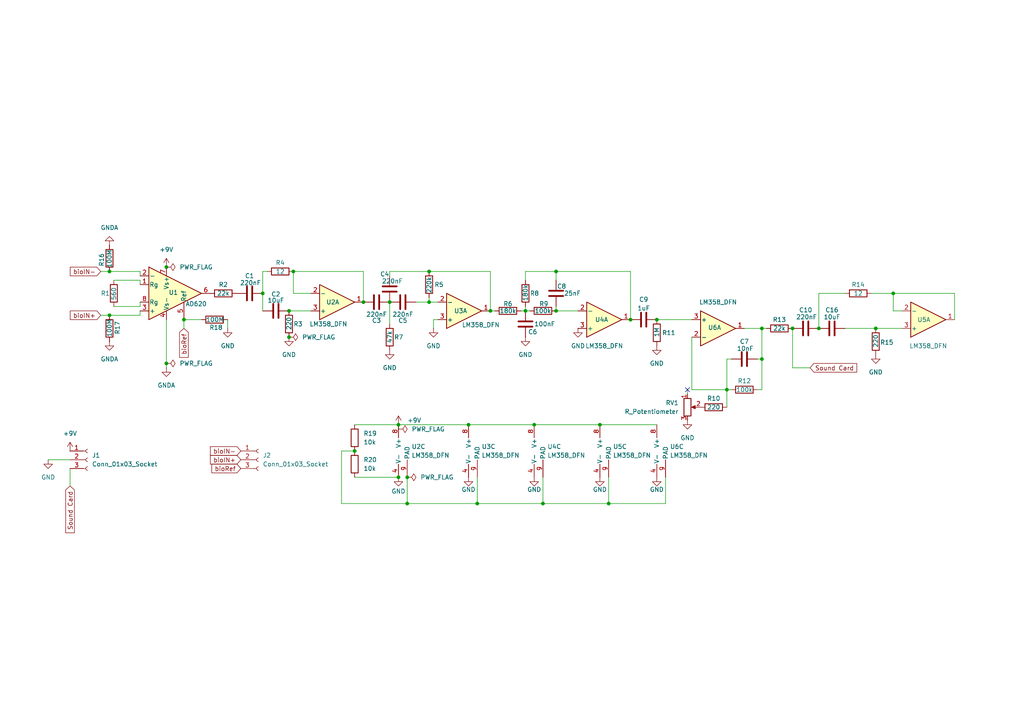
<source format=kicad_sch>
(kicad_sch
	(version 20250114)
	(generator "eeschema")
	(generator_version "9.0")
	(uuid "82ff13e5-6cfa-4310-8b11-2ad2e00be1b9")
	(paper "A4")
	(title_block
		(title "EEG")
		(date "2025-09-26")
		(rev "v.01")
	)
	(lib_symbols
		(symbol "Amplifier_Instrumentation:AD620"
			(pin_names
				(offset 0.127)
			)
			(exclude_from_sim no)
			(in_bom yes)
			(on_board yes)
			(property "Reference" "U"
				(at 3.81 7.62 0)
				(effects
					(font
						(size 1.27 1.27)
					)
				)
			)
			(property "Value" "AD620"
				(at 5.08 5.08 0)
				(effects
					(font
						(size 1.27 1.27)
					)
				)
			)
			(property "Footprint" ""
				(at 0 0 0)
				(effects
					(font
						(size 1.27 1.27)
					)
					(hide yes)
				)
			)
			(property "Datasheet" "https://www.analog.com/media/en/technical-documentation/data-sheets/AD620.pdf"
				(at 0 0 0)
				(effects
					(font
						(size 1.27 1.27)
					)
					(hide yes)
				)
			)
			(property "Description" "Low Cost, Low Power, Instrumentation Amplifier, DIP-8/SOIC-8"
				(at 0 0 0)
				(effects
					(font
						(size 1.27 1.27)
					)
					(hide yes)
				)
			)
			(property "ki_keywords" "Instrumentation amplifier"
				(at 0 0 0)
				(effects
					(font
						(size 1.27 1.27)
					)
					(hide yes)
				)
			)
			(property "ki_fp_filters" "SOIC*P1.27mm* DIP*W7.62mm*"
				(at 0 0 0)
				(effects
					(font
						(size 1.27 1.27)
					)
					(hide yes)
				)
			)
			(symbol "AD620_0_1"
				(polyline
					(pts
						(xy -7.62 7.62) (xy -7.62 -7.62) (xy 7.62 0) (xy -7.62 7.62)
					)
					(stroke
						(width 0.254)
						(type default)
					)
					(fill
						(type background)
					)
				)
			)
			(symbol "AD620_1_1"
				(pin input line
					(at -10.16 5.08 0)
					(length 2.54)
					(name "-"
						(effects
							(font
								(size 1.27 1.27)
							)
						)
					)
					(number "2"
						(effects
							(font
								(size 1.27 1.27)
							)
						)
					)
				)
				(pin passive line
					(at -10.16 2.54 0)
					(length 2.54)
					(name "Rg"
						(effects
							(font
								(size 1.27 1.27)
							)
						)
					)
					(number "1"
						(effects
							(font
								(size 1.27 1.27)
							)
						)
					)
				)
				(pin passive line
					(at -10.16 -2.54 0)
					(length 2.54)
					(name "Rg"
						(effects
							(font
								(size 1.27 1.27)
							)
						)
					)
					(number "8"
						(effects
							(font
								(size 1.27 1.27)
							)
						)
					)
				)
				(pin input line
					(at -10.16 -5.08 0)
					(length 2.54)
					(name "+"
						(effects
							(font
								(size 1.27 1.27)
							)
						)
					)
					(number "3"
						(effects
							(font
								(size 1.27 1.27)
							)
						)
					)
				)
				(pin power_in line
					(at -2.54 7.62 270)
					(length 2.54)
					(name "Vs+"
						(effects
							(font
								(size 1.27 1.27)
							)
						)
					)
					(number "7"
						(effects
							(font
								(size 1.27 1.27)
							)
						)
					)
				)
				(pin power_in line
					(at -2.54 -7.62 90)
					(length 2.54)
					(name "Vs-"
						(effects
							(font
								(size 1.27 1.27)
							)
						)
					)
					(number "4"
						(effects
							(font
								(size 1.27 1.27)
							)
						)
					)
				)
				(pin passive line
					(at 2.54 -7.62 90)
					(length 5.08)
					(name "Ref"
						(effects
							(font
								(size 1.27 1.27)
							)
						)
					)
					(number "5"
						(effects
							(font
								(size 1.27 1.27)
							)
						)
					)
				)
				(pin output line
					(at 10.16 0 180)
					(length 2.54)
					(name "~"
						(effects
							(font
								(size 1.27 1.27)
							)
						)
					)
					(number "6"
						(effects
							(font
								(size 1.27 1.27)
							)
						)
					)
				)
			)
			(embedded_fonts no)
		)
		(symbol "Amplifier_Operational:LM358_DFN"
			(pin_names
				(offset 0.127)
			)
			(exclude_from_sim no)
			(in_bom yes)
			(on_board yes)
			(property "Reference" "U"
				(at 0 5.08 0)
				(effects
					(font
						(size 1.27 1.27)
					)
					(justify left)
				)
			)
			(property "Value" "LM358_DFN"
				(at 0 -5.08 0)
				(effects
					(font
						(size 1.27 1.27)
					)
					(justify left)
				)
			)
			(property "Footprint" "Package_DFN_QFN:DFN-8-1EP_2x2mm_P0.5mm_EP1.05x1.75mm"
				(at 0 0 0)
				(effects
					(font
						(size 1.27 1.27)
					)
					(hide yes)
				)
			)
			(property "Datasheet" "www.st.com/resource/en/datasheet/lm358.pdf"
				(at 0 0 0)
				(effects
					(font
						(size 1.27 1.27)
					)
					(hide yes)
				)
			)
			(property "Description" "Low-Power, Dual Operational Amplifiers, DFN-8"
				(at 0 0 0)
				(effects
					(font
						(size 1.27 1.27)
					)
					(hide yes)
				)
			)
			(property "ki_locked" ""
				(at 0 0 0)
				(effects
					(font
						(size 1.27 1.27)
					)
				)
			)
			(property "ki_keywords" "dual opamp"
				(at 0 0 0)
				(effects
					(font
						(size 1.27 1.27)
					)
					(hide yes)
				)
			)
			(property "ki_fp_filters" "DFN*2x2mm*P0.5mm*"
				(at 0 0 0)
				(effects
					(font
						(size 1.27 1.27)
					)
					(hide yes)
				)
			)
			(symbol "LM358_DFN_1_1"
				(polyline
					(pts
						(xy -5.08 5.08) (xy 5.08 0) (xy -5.08 -5.08) (xy -5.08 5.08)
					)
					(stroke
						(width 0.254)
						(type default)
					)
					(fill
						(type background)
					)
				)
				(pin input line
					(at -7.62 2.54 0)
					(length 2.54)
					(name "+"
						(effects
							(font
								(size 1.27 1.27)
							)
						)
					)
					(number "3"
						(effects
							(font
								(size 1.27 1.27)
							)
						)
					)
				)
				(pin input line
					(at -7.62 -2.54 0)
					(length 2.54)
					(name "-"
						(effects
							(font
								(size 1.27 1.27)
							)
						)
					)
					(number "2"
						(effects
							(font
								(size 1.27 1.27)
							)
						)
					)
				)
				(pin output line
					(at 7.62 0 180)
					(length 2.54)
					(name "~"
						(effects
							(font
								(size 1.27 1.27)
							)
						)
					)
					(number "1"
						(effects
							(font
								(size 1.27 1.27)
							)
						)
					)
				)
			)
			(symbol "LM358_DFN_2_1"
				(polyline
					(pts
						(xy -5.08 5.08) (xy 5.08 0) (xy -5.08 -5.08) (xy -5.08 5.08)
					)
					(stroke
						(width 0.254)
						(type default)
					)
					(fill
						(type background)
					)
				)
				(pin input line
					(at -7.62 2.54 0)
					(length 2.54)
					(name "+"
						(effects
							(font
								(size 1.27 1.27)
							)
						)
					)
					(number "5"
						(effects
							(font
								(size 1.27 1.27)
							)
						)
					)
				)
				(pin input line
					(at -7.62 -2.54 0)
					(length 2.54)
					(name "-"
						(effects
							(font
								(size 1.27 1.27)
							)
						)
					)
					(number "6"
						(effects
							(font
								(size 1.27 1.27)
							)
						)
					)
				)
				(pin output line
					(at 7.62 0 180)
					(length 2.54)
					(name "~"
						(effects
							(font
								(size 1.27 1.27)
							)
						)
					)
					(number "7"
						(effects
							(font
								(size 1.27 1.27)
							)
						)
					)
				)
			)
			(symbol "LM358_DFN_3_1"
				(pin power_in line
					(at -2.54 7.62 270)
					(length 3.81)
					(name "V+"
						(effects
							(font
								(size 1.27 1.27)
							)
						)
					)
					(number "8"
						(effects
							(font
								(size 1.27 1.27)
							)
						)
					)
				)
				(pin power_in line
					(at -2.54 -7.62 90)
					(length 3.81)
					(name "V-"
						(effects
							(font
								(size 1.27 1.27)
							)
						)
					)
					(number "4"
						(effects
							(font
								(size 1.27 1.27)
							)
						)
					)
				)
				(pin power_in line
					(at 0 -7.62 90)
					(length 5.08)
					(name "PAD"
						(effects
							(font
								(size 1.27 1.27)
							)
						)
					)
					(number "9"
						(effects
							(font
								(size 1.27 1.27)
							)
						)
					)
				)
			)
			(embedded_fonts no)
		)
		(symbol "Connector:Conn_01x03_Socket"
			(pin_names
				(offset 1.016)
				(hide yes)
			)
			(exclude_from_sim no)
			(in_bom yes)
			(on_board yes)
			(property "Reference" "J"
				(at 0 5.08 0)
				(effects
					(font
						(size 1.27 1.27)
					)
				)
			)
			(property "Value" "Conn_01x03_Socket"
				(at 0 -5.08 0)
				(effects
					(font
						(size 1.27 1.27)
					)
				)
			)
			(property "Footprint" ""
				(at 0 0 0)
				(effects
					(font
						(size 1.27 1.27)
					)
					(hide yes)
				)
			)
			(property "Datasheet" "~"
				(at 0 0 0)
				(effects
					(font
						(size 1.27 1.27)
					)
					(hide yes)
				)
			)
			(property "Description" "Generic connector, single row, 01x03, script generated"
				(at 0 0 0)
				(effects
					(font
						(size 1.27 1.27)
					)
					(hide yes)
				)
			)
			(property "ki_locked" ""
				(at 0 0 0)
				(effects
					(font
						(size 1.27 1.27)
					)
				)
			)
			(property "ki_keywords" "connector"
				(at 0 0 0)
				(effects
					(font
						(size 1.27 1.27)
					)
					(hide yes)
				)
			)
			(property "ki_fp_filters" "Connector*:*_1x??_*"
				(at 0 0 0)
				(effects
					(font
						(size 1.27 1.27)
					)
					(hide yes)
				)
			)
			(symbol "Conn_01x03_Socket_1_1"
				(polyline
					(pts
						(xy -1.27 2.54) (xy -0.508 2.54)
					)
					(stroke
						(width 0.1524)
						(type default)
					)
					(fill
						(type none)
					)
				)
				(polyline
					(pts
						(xy -1.27 0) (xy -0.508 0)
					)
					(stroke
						(width 0.1524)
						(type default)
					)
					(fill
						(type none)
					)
				)
				(polyline
					(pts
						(xy -1.27 -2.54) (xy -0.508 -2.54)
					)
					(stroke
						(width 0.1524)
						(type default)
					)
					(fill
						(type none)
					)
				)
				(arc
					(start 0 2.032)
					(mid -0.5058 2.54)
					(end 0 3.048)
					(stroke
						(width 0.1524)
						(type default)
					)
					(fill
						(type none)
					)
				)
				(arc
					(start 0 -0.508)
					(mid -0.5058 0)
					(end 0 0.508)
					(stroke
						(width 0.1524)
						(type default)
					)
					(fill
						(type none)
					)
				)
				(arc
					(start 0 -3.048)
					(mid -0.5058 -2.54)
					(end 0 -2.032)
					(stroke
						(width 0.1524)
						(type default)
					)
					(fill
						(type none)
					)
				)
				(pin passive line
					(at -5.08 2.54 0)
					(length 3.81)
					(name "Pin_1"
						(effects
							(font
								(size 1.27 1.27)
							)
						)
					)
					(number "1"
						(effects
							(font
								(size 1.27 1.27)
							)
						)
					)
				)
				(pin passive line
					(at -5.08 0 0)
					(length 3.81)
					(name "Pin_2"
						(effects
							(font
								(size 1.27 1.27)
							)
						)
					)
					(number "2"
						(effects
							(font
								(size 1.27 1.27)
							)
						)
					)
				)
				(pin passive line
					(at -5.08 -2.54 0)
					(length 3.81)
					(name "Pin_3"
						(effects
							(font
								(size 1.27 1.27)
							)
						)
					)
					(number "3"
						(effects
							(font
								(size 1.27 1.27)
							)
						)
					)
				)
			)
			(embedded_fonts no)
		)
		(symbol "Device:C"
			(pin_numbers
				(hide yes)
			)
			(pin_names
				(offset 0.254)
			)
			(exclude_from_sim no)
			(in_bom yes)
			(on_board yes)
			(property "Reference" "C"
				(at 0.635 2.54 0)
				(effects
					(font
						(size 1.27 1.27)
					)
					(justify left)
				)
			)
			(property "Value" "C"
				(at 0.635 -2.54 0)
				(effects
					(font
						(size 1.27 1.27)
					)
					(justify left)
				)
			)
			(property "Footprint" ""
				(at 0.9652 -3.81 0)
				(effects
					(font
						(size 1.27 1.27)
					)
					(hide yes)
				)
			)
			(property "Datasheet" "~"
				(at 0 0 0)
				(effects
					(font
						(size 1.27 1.27)
					)
					(hide yes)
				)
			)
			(property "Description" "Unpolarized capacitor"
				(at 0 0 0)
				(effects
					(font
						(size 1.27 1.27)
					)
					(hide yes)
				)
			)
			(property "ki_keywords" "cap capacitor"
				(at 0 0 0)
				(effects
					(font
						(size 1.27 1.27)
					)
					(hide yes)
				)
			)
			(property "ki_fp_filters" "C_*"
				(at 0 0 0)
				(effects
					(font
						(size 1.27 1.27)
					)
					(hide yes)
				)
			)
			(symbol "C_0_1"
				(polyline
					(pts
						(xy -2.032 0.762) (xy 2.032 0.762)
					)
					(stroke
						(width 0.508)
						(type default)
					)
					(fill
						(type none)
					)
				)
				(polyline
					(pts
						(xy -2.032 -0.762) (xy 2.032 -0.762)
					)
					(stroke
						(width 0.508)
						(type default)
					)
					(fill
						(type none)
					)
				)
			)
			(symbol "C_1_1"
				(pin passive line
					(at 0 3.81 270)
					(length 2.794)
					(name "~"
						(effects
							(font
								(size 1.27 1.27)
							)
						)
					)
					(number "1"
						(effects
							(font
								(size 1.27 1.27)
							)
						)
					)
				)
				(pin passive line
					(at 0 -3.81 90)
					(length 2.794)
					(name "~"
						(effects
							(font
								(size 1.27 1.27)
							)
						)
					)
					(number "2"
						(effects
							(font
								(size 1.27 1.27)
							)
						)
					)
				)
			)
			(embedded_fonts no)
		)
		(symbol "Device:R"
			(pin_numbers
				(hide yes)
			)
			(pin_names
				(offset 0)
			)
			(exclude_from_sim no)
			(in_bom yes)
			(on_board yes)
			(property "Reference" "R"
				(at 2.032 0 90)
				(effects
					(font
						(size 1.27 1.27)
					)
				)
			)
			(property "Value" "R"
				(at 0 0 90)
				(effects
					(font
						(size 1.27 1.27)
					)
				)
			)
			(property "Footprint" ""
				(at -1.778 0 90)
				(effects
					(font
						(size 1.27 1.27)
					)
					(hide yes)
				)
			)
			(property "Datasheet" "~"
				(at 0 0 0)
				(effects
					(font
						(size 1.27 1.27)
					)
					(hide yes)
				)
			)
			(property "Description" "Resistor"
				(at 0 0 0)
				(effects
					(font
						(size 1.27 1.27)
					)
					(hide yes)
				)
			)
			(property "ki_keywords" "R res resistor"
				(at 0 0 0)
				(effects
					(font
						(size 1.27 1.27)
					)
					(hide yes)
				)
			)
			(property "ki_fp_filters" "R_*"
				(at 0 0 0)
				(effects
					(font
						(size 1.27 1.27)
					)
					(hide yes)
				)
			)
			(symbol "R_0_1"
				(rectangle
					(start -1.016 -2.54)
					(end 1.016 2.54)
					(stroke
						(width 0.254)
						(type default)
					)
					(fill
						(type none)
					)
				)
			)
			(symbol "R_1_1"
				(pin passive line
					(at 0 3.81 270)
					(length 1.27)
					(name "~"
						(effects
							(font
								(size 1.27 1.27)
							)
						)
					)
					(number "1"
						(effects
							(font
								(size 1.27 1.27)
							)
						)
					)
				)
				(pin passive line
					(at 0 -3.81 90)
					(length 1.27)
					(name "~"
						(effects
							(font
								(size 1.27 1.27)
							)
						)
					)
					(number "2"
						(effects
							(font
								(size 1.27 1.27)
							)
						)
					)
				)
			)
			(embedded_fonts no)
		)
		(symbol "Device:R_Potentiometer"
			(pin_names
				(offset 1.016)
				(hide yes)
			)
			(exclude_from_sim no)
			(in_bom yes)
			(on_board yes)
			(property "Reference" "RV"
				(at -4.445 0 90)
				(effects
					(font
						(size 1.27 1.27)
					)
				)
			)
			(property "Value" "R_Potentiometer"
				(at -2.54 0 90)
				(effects
					(font
						(size 1.27 1.27)
					)
				)
			)
			(property "Footprint" ""
				(at 0 0 0)
				(effects
					(font
						(size 1.27 1.27)
					)
					(hide yes)
				)
			)
			(property "Datasheet" "~"
				(at 0 0 0)
				(effects
					(font
						(size 1.27 1.27)
					)
					(hide yes)
				)
			)
			(property "Description" "Potentiometer"
				(at 0 0 0)
				(effects
					(font
						(size 1.27 1.27)
					)
					(hide yes)
				)
			)
			(property "ki_keywords" "resistor variable"
				(at 0 0 0)
				(effects
					(font
						(size 1.27 1.27)
					)
					(hide yes)
				)
			)
			(property "ki_fp_filters" "Potentiometer*"
				(at 0 0 0)
				(effects
					(font
						(size 1.27 1.27)
					)
					(hide yes)
				)
			)
			(symbol "R_Potentiometer_0_1"
				(rectangle
					(start 1.016 2.54)
					(end -1.016 -2.54)
					(stroke
						(width 0.254)
						(type default)
					)
					(fill
						(type none)
					)
				)
				(polyline
					(pts
						(xy 1.143 0) (xy 2.286 0.508) (xy 2.286 -0.508) (xy 1.143 0)
					)
					(stroke
						(width 0)
						(type default)
					)
					(fill
						(type outline)
					)
				)
				(polyline
					(pts
						(xy 2.54 0) (xy 1.524 0)
					)
					(stroke
						(width 0)
						(type default)
					)
					(fill
						(type none)
					)
				)
			)
			(symbol "R_Potentiometer_1_1"
				(pin passive line
					(at 0 3.81 270)
					(length 1.27)
					(name "1"
						(effects
							(font
								(size 1.27 1.27)
							)
						)
					)
					(number "1"
						(effects
							(font
								(size 1.27 1.27)
							)
						)
					)
				)
				(pin passive line
					(at 0 -3.81 90)
					(length 1.27)
					(name "3"
						(effects
							(font
								(size 1.27 1.27)
							)
						)
					)
					(number "3"
						(effects
							(font
								(size 1.27 1.27)
							)
						)
					)
				)
				(pin passive line
					(at 3.81 0 180)
					(length 1.27)
					(name "2"
						(effects
							(font
								(size 1.27 1.27)
							)
						)
					)
					(number "2"
						(effects
							(font
								(size 1.27 1.27)
							)
						)
					)
				)
			)
			(embedded_fonts no)
		)
		(symbol "power:+5V"
			(power)
			(pin_numbers
				(hide yes)
			)
			(pin_names
				(offset 0)
				(hide yes)
			)
			(exclude_from_sim no)
			(in_bom yes)
			(on_board yes)
			(property "Reference" "#PWR"
				(at 0 -3.81 0)
				(effects
					(font
						(size 1.27 1.27)
					)
					(hide yes)
				)
			)
			(property "Value" "+5V"
				(at 0 3.556 0)
				(effects
					(font
						(size 1.27 1.27)
					)
				)
			)
			(property "Footprint" ""
				(at 0 0 0)
				(effects
					(font
						(size 1.27 1.27)
					)
					(hide yes)
				)
			)
			(property "Datasheet" ""
				(at 0 0 0)
				(effects
					(font
						(size 1.27 1.27)
					)
					(hide yes)
				)
			)
			(property "Description" "Power symbol creates a global label with name \"+5V\""
				(at 0 0 0)
				(effects
					(font
						(size 1.27 1.27)
					)
					(hide yes)
				)
			)
			(property "ki_keywords" "global power"
				(at 0 0 0)
				(effects
					(font
						(size 1.27 1.27)
					)
					(hide yes)
				)
			)
			(symbol "+5V_0_1"
				(polyline
					(pts
						(xy -0.762 1.27) (xy 0 2.54)
					)
					(stroke
						(width 0)
						(type default)
					)
					(fill
						(type none)
					)
				)
				(polyline
					(pts
						(xy 0 2.54) (xy 0.762 1.27)
					)
					(stroke
						(width 0)
						(type default)
					)
					(fill
						(type none)
					)
				)
				(polyline
					(pts
						(xy 0 0) (xy 0 2.54)
					)
					(stroke
						(width 0)
						(type default)
					)
					(fill
						(type none)
					)
				)
			)
			(symbol "+5V_1_1"
				(pin power_in line
					(at 0 0 90)
					(length 0)
					(name "~"
						(effects
							(font
								(size 1.27 1.27)
							)
						)
					)
					(number "1"
						(effects
							(font
								(size 1.27 1.27)
							)
						)
					)
				)
			)
			(embedded_fonts no)
		)
		(symbol "power:+9V"
			(power)
			(pin_numbers
				(hide yes)
			)
			(pin_names
				(offset 0)
				(hide yes)
			)
			(exclude_from_sim no)
			(in_bom yes)
			(on_board yes)
			(property "Reference" "#PWR"
				(at 0 -3.81 0)
				(effects
					(font
						(size 1.27 1.27)
					)
					(hide yes)
				)
			)
			(property "Value" "+9V"
				(at 0 3.556 0)
				(effects
					(font
						(size 1.27 1.27)
					)
				)
			)
			(property "Footprint" ""
				(at 0 0 0)
				(effects
					(font
						(size 1.27 1.27)
					)
					(hide yes)
				)
			)
			(property "Datasheet" ""
				(at 0 0 0)
				(effects
					(font
						(size 1.27 1.27)
					)
					(hide yes)
				)
			)
			(property "Description" "Power symbol creates a global label with name \"+9V\""
				(at 0 0 0)
				(effects
					(font
						(size 1.27 1.27)
					)
					(hide yes)
				)
			)
			(property "ki_keywords" "global power"
				(at 0 0 0)
				(effects
					(font
						(size 1.27 1.27)
					)
					(hide yes)
				)
			)
			(symbol "+9V_0_1"
				(polyline
					(pts
						(xy -0.762 1.27) (xy 0 2.54)
					)
					(stroke
						(width 0)
						(type default)
					)
					(fill
						(type none)
					)
				)
				(polyline
					(pts
						(xy 0 2.54) (xy 0.762 1.27)
					)
					(stroke
						(width 0)
						(type default)
					)
					(fill
						(type none)
					)
				)
				(polyline
					(pts
						(xy 0 0) (xy 0 2.54)
					)
					(stroke
						(width 0)
						(type default)
					)
					(fill
						(type none)
					)
				)
			)
			(symbol "+9V_1_1"
				(pin power_in line
					(at 0 0 90)
					(length 0)
					(name "~"
						(effects
							(font
								(size 1.27 1.27)
							)
						)
					)
					(number "1"
						(effects
							(font
								(size 1.27 1.27)
							)
						)
					)
				)
			)
			(embedded_fonts no)
		)
		(symbol "power:GND"
			(power)
			(pin_numbers
				(hide yes)
			)
			(pin_names
				(offset 0)
				(hide yes)
			)
			(exclude_from_sim no)
			(in_bom yes)
			(on_board yes)
			(property "Reference" "#PWR"
				(at 0 -6.35 0)
				(effects
					(font
						(size 1.27 1.27)
					)
					(hide yes)
				)
			)
			(property "Value" "GND"
				(at 0 -3.81 0)
				(effects
					(font
						(size 1.27 1.27)
					)
				)
			)
			(property "Footprint" ""
				(at 0 0 0)
				(effects
					(font
						(size 1.27 1.27)
					)
					(hide yes)
				)
			)
			(property "Datasheet" ""
				(at 0 0 0)
				(effects
					(font
						(size 1.27 1.27)
					)
					(hide yes)
				)
			)
			(property "Description" "Power symbol creates a global label with name \"GND\" , ground"
				(at 0 0 0)
				(effects
					(font
						(size 1.27 1.27)
					)
					(hide yes)
				)
			)
			(property "ki_keywords" "global power"
				(at 0 0 0)
				(effects
					(font
						(size 1.27 1.27)
					)
					(hide yes)
				)
			)
			(symbol "GND_0_1"
				(polyline
					(pts
						(xy 0 0) (xy 0 -1.27) (xy 1.27 -1.27) (xy 0 -2.54) (xy -1.27 -1.27) (xy 0 -1.27)
					)
					(stroke
						(width 0)
						(type default)
					)
					(fill
						(type none)
					)
				)
			)
			(symbol "GND_1_1"
				(pin power_in line
					(at 0 0 270)
					(length 0)
					(name "~"
						(effects
							(font
								(size 1.27 1.27)
							)
						)
					)
					(number "1"
						(effects
							(font
								(size 1.27 1.27)
							)
						)
					)
				)
			)
			(embedded_fonts no)
		)
		(symbol "power:GNDA"
			(power)
			(pin_numbers
				(hide yes)
			)
			(pin_names
				(offset 0)
				(hide yes)
			)
			(exclude_from_sim no)
			(in_bom yes)
			(on_board yes)
			(property "Reference" "#PWR"
				(at 0 -6.35 0)
				(effects
					(font
						(size 1.27 1.27)
					)
					(hide yes)
				)
			)
			(property "Value" "GNDA"
				(at 0 -3.81 0)
				(effects
					(font
						(size 1.27 1.27)
					)
				)
			)
			(property "Footprint" ""
				(at 0 0 0)
				(effects
					(font
						(size 1.27 1.27)
					)
					(hide yes)
				)
			)
			(property "Datasheet" ""
				(at 0 0 0)
				(effects
					(font
						(size 1.27 1.27)
					)
					(hide yes)
				)
			)
			(property "Description" "Power symbol creates a global label with name \"GNDA\" , analog ground"
				(at 0 0 0)
				(effects
					(font
						(size 1.27 1.27)
					)
					(hide yes)
				)
			)
			(property "ki_keywords" "global power"
				(at 0 0 0)
				(effects
					(font
						(size 1.27 1.27)
					)
					(hide yes)
				)
			)
			(symbol "GNDA_0_1"
				(polyline
					(pts
						(xy 0 0) (xy 0 -1.27) (xy 1.27 -1.27) (xy 0 -2.54) (xy -1.27 -1.27) (xy 0 -1.27)
					)
					(stroke
						(width 0)
						(type default)
					)
					(fill
						(type none)
					)
				)
			)
			(symbol "GNDA_1_1"
				(pin power_in line
					(at 0 0 270)
					(length 0)
					(name "~"
						(effects
							(font
								(size 1.27 1.27)
							)
						)
					)
					(number "1"
						(effects
							(font
								(size 1.27 1.27)
							)
						)
					)
				)
			)
			(embedded_fonts no)
		)
		(symbol "power:PWR_FLAG"
			(power)
			(pin_numbers
				(hide yes)
			)
			(pin_names
				(offset 0)
				(hide yes)
			)
			(exclude_from_sim no)
			(in_bom yes)
			(on_board yes)
			(property "Reference" "#FLG"
				(at 0 1.905 0)
				(effects
					(font
						(size 1.27 1.27)
					)
					(hide yes)
				)
			)
			(property "Value" "PWR_FLAG"
				(at 0 3.81 0)
				(effects
					(font
						(size 1.27 1.27)
					)
				)
			)
			(property "Footprint" ""
				(at 0 0 0)
				(effects
					(font
						(size 1.27 1.27)
					)
					(hide yes)
				)
			)
			(property "Datasheet" "~"
				(at 0 0 0)
				(effects
					(font
						(size 1.27 1.27)
					)
					(hide yes)
				)
			)
			(property "Description" "Special symbol for telling ERC where power comes from"
				(at 0 0 0)
				(effects
					(font
						(size 1.27 1.27)
					)
					(hide yes)
				)
			)
			(property "ki_keywords" "flag power"
				(at 0 0 0)
				(effects
					(font
						(size 1.27 1.27)
					)
					(hide yes)
				)
			)
			(symbol "PWR_FLAG_0_0"
				(pin power_out line
					(at 0 0 90)
					(length 0)
					(name "~"
						(effects
							(font
								(size 1.27 1.27)
							)
						)
					)
					(number "1"
						(effects
							(font
								(size 1.27 1.27)
							)
						)
					)
				)
			)
			(symbol "PWR_FLAG_0_1"
				(polyline
					(pts
						(xy 0 0) (xy 0 1.27) (xy -1.016 1.905) (xy 0 2.54) (xy 1.016 1.905) (xy 0 1.27)
					)
					(stroke
						(width 0)
						(type default)
					)
					(fill
						(type none)
					)
				)
			)
			(embedded_fonts no)
		)
	)
	(junction
		(at 229.87 95.25)
		(diameter 0)
		(color 0 0 0 0)
		(uuid "0de7417c-1910-4974-a115-95972a5dc51d")
	)
	(junction
		(at 53.34 92.71)
		(diameter 0)
		(color 0 0 0 0)
		(uuid "12746d20-8c35-4096-a597-e7a7ec36c737")
	)
	(junction
		(at 48.26 77.47)
		(diameter 0)
		(color 0 0 0 0)
		(uuid "12d3ceb7-fe1c-4c19-925f-3a713c2d8f40")
	)
	(junction
		(at 115.57 123.19)
		(diameter 0)
		(color 0 0 0 0)
		(uuid "15c361c5-7913-4396-b173-df6193b3f2e6")
	)
	(junction
		(at 173.99 123.19)
		(diameter 0)
		(color 0 0 0 0)
		(uuid "17edb329-5a44-4bd5-a404-1e877880dba9")
	)
	(junction
		(at 76.2 85.09)
		(diameter 0)
		(color 0 0 0 0)
		(uuid "1ace8c0d-a720-466e-9b2a-e23463517aec")
	)
	(junction
		(at 161.29 78.74)
		(diameter 0)
		(color 0 0 0 0)
		(uuid "1bf4b275-dbfa-41e2-b5ad-e88b4a3ba439")
	)
	(junction
		(at 142.24 90.17)
		(diameter 0)
		(color 0 0 0 0)
		(uuid "1e9937cc-3055-4180-924e-6d5f2db7dce8")
	)
	(junction
		(at 31.75 91.44)
		(diameter 0)
		(color 0 0 0 0)
		(uuid "21cdaddc-8cec-482d-bd78-479699174ca6")
	)
	(junction
		(at 154.94 123.19)
		(diameter 0)
		(color 0 0 0 0)
		(uuid "280191a8-8145-4360-b4af-ee52a5de03be")
	)
	(junction
		(at 157.48 146.05)
		(diameter 0)
		(color 0 0 0 0)
		(uuid "2fc0b919-4244-4e70-a28f-9f83852f7ede")
	)
	(junction
		(at 113.03 87.63)
		(diameter 0)
		(color 0 0 0 0)
		(uuid "2fecff1e-58a4-4894-9719-830ce540e53c")
	)
	(junction
		(at 83.82 97.79)
		(diameter 0)
		(color 0 0 0 0)
		(uuid "38b812cc-33e8-4cae-861d-cd9a700225cb")
	)
	(junction
		(at 105.41 87.63)
		(diameter 0)
		(color 0 0 0 0)
		(uuid "3aba9a3b-5f6e-4d67-8d86-8a7027c61742")
	)
	(junction
		(at 138.43 146.05)
		(diameter 0)
		(color 0 0 0 0)
		(uuid "41d52455-027f-45f7-b991-5646a376e734")
	)
	(junction
		(at 237.49 95.25)
		(diameter 0)
		(color 0 0 0 0)
		(uuid "41fd5d6a-afec-400b-9ee0-60462df60083")
	)
	(junction
		(at 161.29 90.17)
		(diameter 0)
		(color 0 0 0 0)
		(uuid "4758726a-6e18-4db6-8990-284e0467ddd7")
	)
	(junction
		(at 48.26 105.41)
		(diameter 0)
		(color 0 0 0 0)
		(uuid "4beef856-d93b-4673-a4b8-7dd380ed952d")
	)
	(junction
		(at 190.5 92.71)
		(diameter 0)
		(color 0 0 0 0)
		(uuid "4d3719c5-ec6c-4777-8ff9-cca7a7468135")
	)
	(junction
		(at 102.87 130.81)
		(diameter 0)
		(color 0 0 0 0)
		(uuid "56291877-9908-4613-ab91-6022abd0eb47")
	)
	(junction
		(at 176.53 146.05)
		(diameter 0)
		(color 0 0 0 0)
		(uuid "6bc0d141-b3e3-4e63-a7dd-6fb3b8d6c826")
	)
	(junction
		(at 115.57 138.43)
		(diameter 0)
		(color 0 0 0 0)
		(uuid "750ff816-922a-4748-a3d4-7f3a45e7b6ab")
	)
	(junction
		(at 124.46 78.74)
		(diameter 0)
		(color 0 0 0 0)
		(uuid "7810079a-e744-40d8-9ced-36d4df626b23")
	)
	(junction
		(at 31.75 78.74)
		(diameter 0)
		(color 0 0 0 0)
		(uuid "7c39502a-c12c-48db-81fa-b0d3c3be17a8")
	)
	(junction
		(at 83.82 90.17)
		(diameter 0)
		(color 0 0 0 0)
		(uuid "7cb310dd-28ff-4d91-a706-e56559df8f44")
	)
	(junction
		(at 118.11 138.43)
		(diameter 0)
		(color 0 0 0 0)
		(uuid "8091ae4d-7066-4521-adc4-893e2353d3c5")
	)
	(junction
		(at 152.4 90.17)
		(diameter 0)
		(color 0 0 0 0)
		(uuid "8fd9731e-726c-41a5-a77f-46db627f31c9")
	)
	(junction
		(at 254 95.25)
		(diameter 0)
		(color 0 0 0 0)
		(uuid "91c7a2f5-39b3-469c-84fd-a479f598d945")
	)
	(junction
		(at 210.82 113.03)
		(diameter 0)
		(color 0 0 0 0)
		(uuid "acdcde39-711c-4be6-a36e-0b55a7bf4351")
	)
	(junction
		(at 220.98 104.14)
		(diameter 0)
		(color 0 0 0 0)
		(uuid "ad66c3c2-5b25-4ddd-b721-103c809b035e")
	)
	(junction
		(at 220.98 95.25)
		(diameter 0)
		(color 0 0 0 0)
		(uuid "b81a5a41-cab0-4b22-b3a9-ab896af3acc7")
	)
	(junction
		(at 85.09 78.74)
		(diameter 0)
		(color 0 0 0 0)
		(uuid "ce996c14-33a5-4e27-a9d2-4cf4ca58ef05")
	)
	(junction
		(at 135.89 123.19)
		(diameter 0)
		(color 0 0 0 0)
		(uuid "d37d5359-ddd6-48b9-bb6f-037be3bfb448")
	)
	(junction
		(at 182.88 92.71)
		(diameter 0)
		(color 0 0 0 0)
		(uuid "d4ac8de0-13b0-4c3c-995b-176a1b63718a")
	)
	(junction
		(at 118.11 146.05)
		(diameter 0)
		(color 0 0 0 0)
		(uuid "d94ab0ec-3364-4053-8b5b-ccc18c68aaa9")
	)
	(junction
		(at 124.46 87.63)
		(diameter 0)
		(color 0 0 0 0)
		(uuid "e38602f7-9271-45bb-b879-09ad3d439eb4")
	)
	(junction
		(at 259.08 85.09)
		(diameter 0)
		(color 0 0 0 0)
		(uuid "f71ca95c-c1a6-4964-8be6-cedf04786f3f")
	)
	(no_connect
		(at 199.39 113.03)
		(uuid "08d832b7-b079-438b-8b3e-b05ed3864c1b")
	)
	(wire
		(pts
			(xy 102.87 138.43) (xy 115.57 138.43)
		)
		(stroke
			(width 0)
			(type default)
		)
		(uuid "0ba4b7a7-df89-4751-873e-a4b1afa42041")
	)
	(wire
		(pts
			(xy 161.29 88.9) (xy 161.29 90.17)
		)
		(stroke
			(width 0)
			(type default)
		)
		(uuid "0bc9b5dc-724c-46ec-86fd-1d2f4d12287a")
	)
	(wire
		(pts
			(xy 105.41 87.63) (xy 105.41 78.74)
		)
		(stroke
			(width 0)
			(type default)
		)
		(uuid "0ccfdf5f-1eb4-4562-a1e6-8417133ee54c")
	)
	(wire
		(pts
			(xy 200.66 97.79) (xy 200.66 113.03)
		)
		(stroke
			(width 0)
			(type default)
		)
		(uuid "0e46df5d-9487-467b-9204-ea9d88668f55")
	)
	(wire
		(pts
			(xy 120.65 87.63) (xy 124.46 87.63)
		)
		(stroke
			(width 0)
			(type default)
		)
		(uuid "0e640d08-1463-445c-b36f-02468a066c3d")
	)
	(wire
		(pts
			(xy 125.73 95.25) (xy 125.73 92.71)
		)
		(stroke
			(width 0)
			(type default)
		)
		(uuid "0eec8b54-93dc-426b-9663-6823b0344250")
	)
	(wire
		(pts
			(xy 153.67 90.17) (xy 152.4 90.17)
		)
		(stroke
			(width 0)
			(type default)
		)
		(uuid "1090a7fe-10c9-4a88-b011-d32592c5447e")
	)
	(wire
		(pts
			(xy 200.66 113.03) (xy 210.82 113.03)
		)
		(stroke
			(width 0)
			(type default)
		)
		(uuid "1330c416-e3b4-418d-b61a-db30d04c43d7")
	)
	(wire
		(pts
			(xy 29.21 78.74) (xy 31.75 78.74)
		)
		(stroke
			(width 0)
			(type default)
		)
		(uuid "16957882-1ea6-4fbc-bcbf-cac5fef14cc5")
	)
	(wire
		(pts
			(xy 31.75 91.44) (xy 29.21 91.44)
		)
		(stroke
			(width 0)
			(type default)
		)
		(uuid "1814fc2a-0cc5-412d-881b-b1a533817a4a")
	)
	(wire
		(pts
			(xy 83.82 90.17) (xy 90.17 90.17)
		)
		(stroke
			(width 0)
			(type default)
		)
		(uuid "18ee0f3e-cfe0-493a-9dc5-d2c7471b022d")
	)
	(wire
		(pts
			(xy 161.29 81.28) (xy 161.29 78.74)
		)
		(stroke
			(width 0)
			(type default)
		)
		(uuid "1954a874-203e-448e-b222-d33204020dc1")
	)
	(wire
		(pts
			(xy 40.64 81.28) (xy 40.64 82.55)
		)
		(stroke
			(width 0)
			(type default)
		)
		(uuid "19788cff-0f24-4368-ab8c-dab515ba39f6")
	)
	(wire
		(pts
			(xy 245.11 95.25) (xy 254 95.25)
		)
		(stroke
			(width 0)
			(type default)
		)
		(uuid "1aaf2c76-10e7-48a2-bea9-326f49e1ec3a")
	)
	(wire
		(pts
			(xy 99.06 146.05) (xy 99.06 130.81)
		)
		(stroke
			(width 0)
			(type default)
		)
		(uuid "1d03045d-6605-4a01-9056-0b2cce7ae0a5")
	)
	(wire
		(pts
			(xy 157.48 146.05) (xy 176.53 146.05)
		)
		(stroke
			(width 0)
			(type default)
		)
		(uuid "1e517a47-4a47-44ee-a01e-c2a309c15604")
	)
	(wire
		(pts
			(xy 220.98 113.03) (xy 219.71 113.03)
		)
		(stroke
			(width 0)
			(type default)
		)
		(uuid "2008e20a-dedb-4aa4-865d-05ca1439d681")
	)
	(wire
		(pts
			(xy 76.2 78.74) (xy 77.47 78.74)
		)
		(stroke
			(width 0)
			(type default)
		)
		(uuid "202842e7-891d-45b0-b448-0df6453cfaea")
	)
	(wire
		(pts
			(xy 99.06 146.05) (xy 118.11 146.05)
		)
		(stroke
			(width 0)
			(type default)
		)
		(uuid "22c12539-4f2e-4697-9f18-398a3f53d5e2")
	)
	(wire
		(pts
			(xy 154.94 123.19) (xy 135.89 123.19)
		)
		(stroke
			(width 0)
			(type default)
		)
		(uuid "2643b0f7-ad9a-4213-bd96-cdf3494139bf")
	)
	(wire
		(pts
			(xy 161.29 78.74) (xy 182.88 78.74)
		)
		(stroke
			(width 0)
			(type default)
		)
		(uuid "2d00ba70-2087-4e00-9b0d-ba27b931ae10")
	)
	(wire
		(pts
			(xy 90.17 85.09) (xy 85.09 85.09)
		)
		(stroke
			(width 0)
			(type default)
		)
		(uuid "2d3a4d34-ecc7-40f4-947b-7cc0535e51ef")
	)
	(wire
		(pts
			(xy 138.43 138.43) (xy 138.43 146.05)
		)
		(stroke
			(width 0)
			(type default)
		)
		(uuid "2fc9b891-7612-4c04-9e04-6534e2296fe1")
	)
	(wire
		(pts
			(xy 118.11 138.43) (xy 118.11 146.05)
		)
		(stroke
			(width 0)
			(type default)
		)
		(uuid "30bc674b-53a1-405d-983d-dc728cf01515")
	)
	(wire
		(pts
			(xy 210.82 113.03) (xy 210.82 118.11)
		)
		(stroke
			(width 0)
			(type default)
		)
		(uuid "30c8ae2d-56f1-440e-bf37-154340afdbec")
	)
	(wire
		(pts
			(xy 220.98 104.14) (xy 220.98 113.03)
		)
		(stroke
			(width 0)
			(type default)
		)
		(uuid "319e8529-a806-455f-838c-481dba4502b8")
	)
	(wire
		(pts
			(xy 31.75 78.74) (xy 40.64 78.74)
		)
		(stroke
			(width 0)
			(type default)
		)
		(uuid "355c1235-6ee6-4096-8101-1e3b389a8b38")
	)
	(wire
		(pts
			(xy 220.98 95.25) (xy 222.25 95.25)
		)
		(stroke
			(width 0)
			(type default)
		)
		(uuid "423c75cb-5adc-485e-923d-9f8ca44e4a31")
	)
	(wire
		(pts
			(xy 152.4 88.9) (xy 152.4 90.17)
		)
		(stroke
			(width 0)
			(type default)
		)
		(uuid "43803598-b851-46ff-bbdd-38299af422d6")
	)
	(wire
		(pts
			(xy 229.87 106.68) (xy 229.87 95.25)
		)
		(stroke
			(width 0)
			(type default)
		)
		(uuid "43ce9867-e791-4c55-ab8b-95f8b8f19b27")
	)
	(wire
		(pts
			(xy 237.49 85.09) (xy 237.49 95.25)
		)
		(stroke
			(width 0)
			(type default)
		)
		(uuid "47dfb94c-094d-4132-912d-8e844cbdfa48")
	)
	(wire
		(pts
			(xy 48.26 106.68) (xy 48.26 105.41)
		)
		(stroke
			(width 0)
			(type default)
		)
		(uuid "4849d3d9-c7e8-4538-aeb4-d95cdfbecc69")
	)
	(wire
		(pts
			(xy 33.02 81.28) (xy 40.64 81.28)
		)
		(stroke
			(width 0)
			(type default)
		)
		(uuid "49045ff9-b586-43a1-9f6d-9420a5f27a4a")
	)
	(wire
		(pts
			(xy 13.97 133.35) (xy 20.32 133.35)
		)
		(stroke
			(width 0)
			(type default)
		)
		(uuid "494491c5-5ecb-43a6-a42d-048757d0f2f5")
	)
	(wire
		(pts
			(xy 142.24 90.17) (xy 142.24 78.74)
		)
		(stroke
			(width 0)
			(type default)
		)
		(uuid "49ddae78-523d-49d1-9193-4f35e0413b41")
	)
	(wire
		(pts
			(xy 138.43 146.05) (xy 157.48 146.05)
		)
		(stroke
			(width 0)
			(type default)
		)
		(uuid "4a5811d1-458f-423a-bff7-ef9ca4745011")
	)
	(wire
		(pts
			(xy 66.04 92.71) (xy 66.04 95.25)
		)
		(stroke
			(width 0)
			(type default)
		)
		(uuid "4cc3197b-2369-492f-ac0c-ad4c4cf7c308")
	)
	(wire
		(pts
			(xy 276.86 85.09) (xy 276.86 92.71)
		)
		(stroke
			(width 0)
			(type default)
		)
		(uuid "505c3489-8dae-4742-9b33-cb75fb57301f")
	)
	(wire
		(pts
			(xy 118.11 146.05) (xy 138.43 146.05)
		)
		(stroke
			(width 0)
			(type default)
		)
		(uuid "508b2dc1-3d95-4933-a411-d2a538af0749")
	)
	(wire
		(pts
			(xy 124.46 86.36) (xy 124.46 87.63)
		)
		(stroke
			(width 0)
			(type default)
		)
		(uuid "54d9d6b4-11e4-4daf-a22a-0589be8961bc")
	)
	(wire
		(pts
			(xy 31.75 91.44) (xy 40.64 91.44)
		)
		(stroke
			(width 0)
			(type default)
		)
		(uuid "57aa0eb1-abc9-41da-8922-91d87142ad2f")
	)
	(wire
		(pts
			(xy 124.46 87.63) (xy 127 87.63)
		)
		(stroke
			(width 0)
			(type default)
		)
		(uuid "5b17297d-c22f-4db6-964a-5636981705c3")
	)
	(wire
		(pts
			(xy 215.9 95.25) (xy 220.98 95.25)
		)
		(stroke
			(width 0)
			(type default)
		)
		(uuid "5b68a8e4-2231-4757-9d5e-ee2643128a99")
	)
	(wire
		(pts
			(xy 182.88 78.74) (xy 182.88 92.71)
		)
		(stroke
			(width 0)
			(type default)
		)
		(uuid "5bd516db-290e-4c7b-9b68-c1565a9f50e2")
	)
	(wire
		(pts
			(xy 48.26 105.41) (xy 48.26 92.71)
		)
		(stroke
			(width 0)
			(type default)
		)
		(uuid "61e8f7d1-fcc7-4b52-bbb5-ee444159c832")
	)
	(wire
		(pts
			(xy 40.64 90.17) (xy 40.64 91.44)
		)
		(stroke
			(width 0)
			(type default)
		)
		(uuid "631d0478-f8db-4316-89f3-f0a528380f60")
	)
	(wire
		(pts
			(xy 113.03 78.74) (xy 124.46 78.74)
		)
		(stroke
			(width 0)
			(type default)
		)
		(uuid "69fb1237-cb37-4b5d-8572-e488ca0179ab")
	)
	(wire
		(pts
			(xy 157.48 138.43) (xy 157.48 146.05)
		)
		(stroke
			(width 0)
			(type default)
		)
		(uuid "6f7806d2-45a2-40b9-8394-8618a270c6f1")
	)
	(wire
		(pts
			(xy 40.64 78.74) (xy 40.64 80.01)
		)
		(stroke
			(width 0)
			(type default)
		)
		(uuid "70aa990a-6a07-4cc1-a92c-54b4f438b2b0")
	)
	(wire
		(pts
			(xy 53.34 95.25) (xy 53.34 92.71)
		)
		(stroke
			(width 0)
			(type default)
		)
		(uuid "75136668-e31a-42f2-b58b-88644ccc46f8")
	)
	(wire
		(pts
			(xy 113.03 87.63) (xy 113.03 93.98)
		)
		(stroke
			(width 0)
			(type default)
		)
		(uuid "788254d1-768b-4e7b-9742-6fe14cb2de71")
	)
	(wire
		(pts
			(xy 125.73 92.71) (xy 127 92.71)
		)
		(stroke
			(width 0)
			(type default)
		)
		(uuid "7b2275e9-76b0-4f98-a436-d8be67d91bf4")
	)
	(wire
		(pts
			(xy 210.82 104.14) (xy 212.09 104.14)
		)
		(stroke
			(width 0)
			(type default)
		)
		(uuid "7c6f8521-a60a-4142-bbeb-e2319ccdf077")
	)
	(wire
		(pts
			(xy 152.4 90.17) (xy 151.13 90.17)
		)
		(stroke
			(width 0)
			(type default)
		)
		(uuid "7ee75a99-8e40-4b8f-9c89-21ae00ed77f0")
	)
	(wire
		(pts
			(xy 161.29 78.74) (xy 152.4 78.74)
		)
		(stroke
			(width 0)
			(type default)
		)
		(uuid "81c8e4a3-00ee-4697-930a-723a89c274b6")
	)
	(wire
		(pts
			(xy 176.53 138.43) (xy 176.53 146.05)
		)
		(stroke
			(width 0)
			(type default)
		)
		(uuid "8702ee6a-2183-4006-831a-db82b03ce476")
	)
	(wire
		(pts
			(xy 113.03 78.74) (xy 113.03 80.01)
		)
		(stroke
			(width 0)
			(type default)
		)
		(uuid "875d8a19-fd6e-4c70-baa9-e879d1b6d503")
	)
	(wire
		(pts
			(xy 190.5 92.71) (xy 200.66 92.71)
		)
		(stroke
			(width 0)
			(type default)
		)
		(uuid "88783337-5649-4359-8ad8-4937751afc37")
	)
	(wire
		(pts
			(xy 20.32 140.97) (xy 20.32 135.89)
		)
		(stroke
			(width 0)
			(type default)
		)
		(uuid "8cd7a941-b972-46f9-a269-578a7539afa1")
	)
	(wire
		(pts
			(xy 85.09 85.09) (xy 85.09 78.74)
		)
		(stroke
			(width 0)
			(type default)
		)
		(uuid "8ef366ad-81ca-42ed-a621-34765c98b237")
	)
	(wire
		(pts
			(xy 143.51 90.17) (xy 142.24 90.17)
		)
		(stroke
			(width 0)
			(type default)
		)
		(uuid "8f7b908e-2203-424d-9eb9-d1de44ca6c4b")
	)
	(wire
		(pts
			(xy 58.42 92.71) (xy 53.34 92.71)
		)
		(stroke
			(width 0)
			(type default)
		)
		(uuid "a2501a4e-bfb4-4419-8a86-f06090c65bea")
	)
	(wire
		(pts
			(xy 234.95 106.68) (xy 229.87 106.68)
		)
		(stroke
			(width 0)
			(type default)
		)
		(uuid "a8b5905a-75a9-4467-abff-9a0825f5b6ca")
	)
	(wire
		(pts
			(xy 76.2 90.17) (xy 76.2 85.09)
		)
		(stroke
			(width 0)
			(type default)
		)
		(uuid "a9707c3f-a704-4ed3-b420-bba4832ec4c9")
	)
	(wire
		(pts
			(xy 245.11 85.09) (xy 237.49 85.09)
		)
		(stroke
			(width 0)
			(type default)
		)
		(uuid "aa0c7bca-ff31-4aa8-a700-a1cb9aa4a667")
	)
	(wire
		(pts
			(xy 190.5 123.19) (xy 173.99 123.19)
		)
		(stroke
			(width 0)
			(type default)
		)
		(uuid "ab0903d8-5135-4360-8f6e-d7c1da398ca5")
	)
	(wire
		(pts
			(xy 115.57 123.19) (xy 115.57 124.46)
		)
		(stroke
			(width 0)
			(type default)
		)
		(uuid "af70a261-6f51-41c9-a1b6-4588d8445d39")
	)
	(wire
		(pts
			(xy 173.99 123.19) (xy 154.94 123.19)
		)
		(stroke
			(width 0)
			(type default)
		)
		(uuid "aff59c61-4c9a-40a3-a4fe-9613efe74980")
	)
	(wire
		(pts
			(xy 40.64 88.9) (xy 40.64 87.63)
		)
		(stroke
			(width 0)
			(type default)
		)
		(uuid "b103febc-0e39-4b36-9dc6-b9080ba22a9a")
	)
	(wire
		(pts
			(xy 115.57 123.19) (xy 135.89 123.19)
		)
		(stroke
			(width 0)
			(type default)
		)
		(uuid "b7040d5a-436a-4e90-9085-dc79a0fcdc0e")
	)
	(wire
		(pts
			(xy 210.82 104.14) (xy 210.82 113.03)
		)
		(stroke
			(width 0)
			(type default)
		)
		(uuid "b9ac2883-22c0-44bf-87e7-d0692fc93f53")
	)
	(wire
		(pts
			(xy 220.98 104.14) (xy 219.71 104.14)
		)
		(stroke
			(width 0)
			(type default)
		)
		(uuid "c03fbbe9-02ea-4ae4-8e30-e420758de4bb")
	)
	(wire
		(pts
			(xy 220.98 95.25) (xy 220.98 104.14)
		)
		(stroke
			(width 0)
			(type default)
		)
		(uuid "c35a4b74-9ca6-44cf-9045-4534ec7be0f7")
	)
	(wire
		(pts
			(xy 152.4 78.74) (xy 152.4 81.28)
		)
		(stroke
			(width 0)
			(type default)
		)
		(uuid "c57b1bf4-40dc-44a4-8678-a920accdf17f")
	)
	(wire
		(pts
			(xy 261.62 90.17) (xy 259.08 90.17)
		)
		(stroke
			(width 0)
			(type default)
		)
		(uuid "c7a22ff6-bc99-4bab-821f-21376082b59d")
	)
	(wire
		(pts
			(xy 142.24 78.74) (xy 124.46 78.74)
		)
		(stroke
			(width 0)
			(type default)
		)
		(uuid "d2ffa8c2-7f42-4c6d-9c3a-ef52778a523f")
	)
	(wire
		(pts
			(xy 259.08 85.09) (xy 276.86 85.09)
		)
		(stroke
			(width 0)
			(type default)
		)
		(uuid "d62f118c-0cfc-4d07-8da8-27dcb2d64e06")
	)
	(wire
		(pts
			(xy 259.08 90.17) (xy 259.08 85.09)
		)
		(stroke
			(width 0)
			(type default)
		)
		(uuid "d7b5e3d3-6c6f-42c2-a730-07b9497a2fa9")
	)
	(wire
		(pts
			(xy 105.41 78.74) (xy 85.09 78.74)
		)
		(stroke
			(width 0)
			(type default)
		)
		(uuid "d8c1acbd-1921-4033-a74a-9492b856e4f2")
	)
	(wire
		(pts
			(xy 167.64 90.17) (xy 161.29 90.17)
		)
		(stroke
			(width 0)
			(type default)
		)
		(uuid "da2a99ac-c104-4b60-bf0d-367b0339661b")
	)
	(wire
		(pts
			(xy 254 95.25) (xy 261.62 95.25)
		)
		(stroke
			(width 0)
			(type default)
		)
		(uuid "dbce1b23-9b54-4cfb-876d-ab80dfa386fc")
	)
	(wire
		(pts
			(xy 252.73 85.09) (xy 259.08 85.09)
		)
		(stroke
			(width 0)
			(type default)
		)
		(uuid "e0271f92-717e-4fdc-96ce-0dd2db668893")
	)
	(wire
		(pts
			(xy 33.02 88.9) (xy 40.64 88.9)
		)
		(stroke
			(width 0)
			(type default)
		)
		(uuid "e6a40396-d9b8-4387-b1b2-8aed8f129a6c")
	)
	(wire
		(pts
			(xy 176.53 146.05) (xy 193.04 146.05)
		)
		(stroke
			(width 0)
			(type default)
		)
		(uuid "e7e9b8f2-b023-4445-8717-aad4902add1d")
	)
	(wire
		(pts
			(xy 76.2 78.74) (xy 76.2 85.09)
		)
		(stroke
			(width 0)
			(type default)
		)
		(uuid "e850b617-df39-4640-97ad-0028b590a937")
	)
	(wire
		(pts
			(xy 102.87 123.19) (xy 115.57 123.19)
		)
		(stroke
			(width 0)
			(type default)
		)
		(uuid "ec504d8a-d0b8-425c-83b0-f388fadf791c")
	)
	(wire
		(pts
			(xy 199.39 113.03) (xy 199.39 114.3)
		)
		(stroke
			(width 0)
			(type default)
		)
		(uuid "f0d112e6-88e9-4e74-bcac-516254112eec")
	)
	(wire
		(pts
			(xy 193.04 138.43) (xy 193.04 146.05)
		)
		(stroke
			(width 0)
			(type default)
		)
		(uuid "f9901c03-e62c-4196-8869-9d6c5b5b92b2")
	)
	(wire
		(pts
			(xy 99.06 130.81) (xy 102.87 130.81)
		)
		(stroke
			(width 0)
			(type default)
		)
		(uuid "fc1f7cd6-7511-4a42-b768-1b9bd69fd8ee")
	)
	(wire
		(pts
			(xy 212.09 113.03) (xy 210.82 113.03)
		)
		(stroke
			(width 0)
			(type default)
		)
		(uuid "fdc46e46-78a1-407b-a885-8ff8c1bec6ce")
	)
	(global_label "Sound Card"
		(shape input)
		(at 20.32 140.97 270)
		(fields_autoplaced yes)
		(effects
			(font
				(size 1.27 1.27)
			)
			(justify right)
		)
		(uuid "04beee89-931c-45d1-9a26-0e570deb1695")
		(property "Intersheetrefs" "${INTERSHEET_REFS}"
			(at 20.32 155.0825 90)
			(effects
				(font
					(size 1.27 1.27)
				)
				(justify right)
				(hide yes)
			)
		)
	)
	(global_label "bioIN-"
		(shape input)
		(at 69.85 130.81 180)
		(fields_autoplaced yes)
		(effects
			(font
				(size 1.27 1.27)
			)
			(justify right)
		)
		(uuid "2bf993dd-556f-401a-8eba-1e7bdff5b07f")
		(property "Intersheetrefs" "${INTERSHEET_REFS}"
			(at 60.4543 130.81 0)
			(effects
				(font
					(size 1.27 1.27)
				)
				(justify right)
				(hide yes)
			)
		)
	)
	(global_label "bioRef"
		(shape input)
		(at 69.85 135.89 180)
		(fields_autoplaced yes)
		(effects
			(font
				(size 1.27 1.27)
			)
			(justify right)
		)
		(uuid "761c6878-47af-4ac7-8624-a8128172dc4a")
		(property "Intersheetrefs" "${INTERSHEET_REFS}"
			(at 60.8777 135.89 0)
			(effects
				(font
					(size 1.27 1.27)
				)
				(justify right)
				(hide yes)
			)
		)
	)
	(global_label "bioIN-"
		(shape input)
		(at 29.21 78.74 180)
		(fields_autoplaced yes)
		(effects
			(font
				(size 1.27 1.27)
			)
			(justify right)
		)
		(uuid "7854073a-c7a0-49d7-b1db-8a6a1256c1c1")
		(property "Intersheetrefs" "${INTERSHEET_REFS}"
			(at 19.8143 78.74 0)
			(effects
				(font
					(size 1.27 1.27)
				)
				(justify right)
				(hide yes)
			)
		)
	)
	(global_label "bioRef"
		(shape input)
		(at 53.34 95.25 270)
		(fields_autoplaced yes)
		(effects
			(font
				(size 1.27 1.27)
			)
			(justify right)
		)
		(uuid "a181ddc5-ce49-4352-bb8c-3cdb6884a5d3")
		(property "Intersheetrefs" "${INTERSHEET_REFS}"
			(at 53.34 104.2223 90)
			(effects
				(font
					(size 1.27 1.27)
				)
				(justify right)
				(hide yes)
			)
		)
	)
	(global_label "Sound Card"
		(shape input)
		(at 234.95 106.68 0)
		(fields_autoplaced yes)
		(effects
			(font
				(size 1.27 1.27)
			)
			(justify left)
		)
		(uuid "d0c7d732-c631-4445-86d0-59cdd9999f2b")
		(property "Intersheetrefs" "${INTERSHEET_REFS}"
			(at 249.0625 106.68 0)
			(effects
				(font
					(size 1.27 1.27)
				)
				(justify left)
				(hide yes)
			)
		)
	)
	(global_label "bioIN+"
		(shape input)
		(at 69.85 133.35 180)
		(fields_autoplaced yes)
		(effects
			(font
				(size 1.27 1.27)
			)
			(justify right)
		)
		(uuid "d3fb7c28-84ca-44ef-935e-094d4af856f6")
		(property "Intersheetrefs" "${INTERSHEET_REFS}"
			(at 60.4543 133.35 0)
			(effects
				(font
					(size 1.27 1.27)
				)
				(justify right)
				(hide yes)
			)
		)
	)
	(global_label "bioIN+"
		(shape input)
		(at 29.21 91.44 180)
		(fields_autoplaced yes)
		(effects
			(font
				(size 1.27 1.27)
			)
			(justify right)
		)
		(uuid "deb3e3a7-bc37-4860-9539-e2cef8772a0c")
		(property "Intersheetrefs" "${INTERSHEET_REFS}"
			(at 19.8143 91.44 0)
			(effects
				(font
					(size 1.27 1.27)
				)
				(justify right)
				(hide yes)
			)
		)
	)
	(symbol
		(lib_id "Amplifier_Operational:LM358_DFN")
		(at 176.53 130.81 0)
		(unit 3)
		(exclude_from_sim no)
		(in_bom yes)
		(on_board yes)
		(dnp no)
		(fields_autoplaced yes)
		(uuid "018efc44-6f10-453b-9a18-28d83a184371")
		(property "Reference" "U5"
			(at 177.8 129.5399 0)
			(effects
				(font
					(size 1.27 1.27)
				)
				(justify left)
			)
		)
		(property "Value" "LM358_DFN"
			(at 177.8 132.0799 0)
			(effects
				(font
					(size 1.27 1.27)
				)
				(justify left)
			)
		)
		(property "Footprint" "Package_DFN_QFN:DFN-8-1EP_2x2mm_P0.5mm_EP1.05x1.75mm"
			(at 176.53 130.81 0)
			(effects
				(font
					(size 1.27 1.27)
				)
				(hide yes)
			)
		)
		(property "Datasheet" "www.st.com/resource/en/datasheet/lm358.pdf"
			(at 176.53 130.81 0)
			(effects
				(font
					(size 1.27 1.27)
				)
				(hide yes)
			)
		)
		(property "Description" "Low-Power, Dual Operational Amplifiers, DFN-8"
			(at 176.53 130.81 0)
			(effects
				(font
					(size 1.27 1.27)
				)
				(hide yes)
			)
		)
		(pin "9"
			(uuid "3a8a0f14-e04d-4b5c-99fc-9e111f4f30fd")
		)
		(pin "2"
			(uuid "3c1de9c2-fa10-46b8-be6b-3e629bc0729a")
		)
		(pin "3"
			(uuid "966510d2-33b1-4191-bd1d-c963dd4d07f9")
		)
		(pin "7"
			(uuid "a3ca40c9-3355-451d-afd3-e706b31f42c4")
		)
		(pin "8"
			(uuid "921c771c-026c-4a81-996d-8df1755c671c")
		)
		(pin "5"
			(uuid "b401be42-88ab-4d12-8b3d-4f20dc110d74")
		)
		(pin "1"
			(uuid "f455a243-633b-4826-a8f8-78b4b7cd33b6")
		)
		(pin "6"
			(uuid "aad0cb1e-1bf4-4929-9d69-7ee2b17872e3")
		)
		(pin "4"
			(uuid "9b313296-8928-4ef2-9d83-7246ad276011")
		)
		(instances
			(project ""
				(path "/82ff13e5-6cfa-4310-8b11-2ad2e00be1b9"
					(reference "U5")
					(unit 3)
				)
			)
		)
	)
	(symbol
		(lib_id "Device:R")
		(at 102.87 134.62 0)
		(unit 1)
		(exclude_from_sim no)
		(in_bom yes)
		(on_board yes)
		(dnp no)
		(fields_autoplaced yes)
		(uuid "030006e5-508b-4e19-be35-c608148ec7c1")
		(property "Reference" "R20"
			(at 105.41 133.3499 0)
			(effects
				(font
					(size 1.27 1.27)
				)
				(justify left)
			)
		)
		(property "Value" "10k"
			(at 105.41 135.8899 0)
			(effects
				(font
					(size 1.27 1.27)
				)
				(justify left)
			)
		)
		(property "Footprint" "Resistor_SMD:R_0805_2012Metric"
			(at 101.092 134.62 90)
			(effects
				(font
					(size 1.27 1.27)
				)
				(hide yes)
			)
		)
		(property "Datasheet" "~"
			(at 102.87 134.62 0)
			(effects
				(font
					(size 1.27 1.27)
				)
				(hide yes)
			)
		)
		(property "Description" "Resistor"
			(at 102.87 134.62 0)
			(effects
				(font
					(size 1.27 1.27)
				)
				(hide yes)
			)
		)
		(pin "2"
			(uuid "eff48950-ee70-485b-b7ea-943497233fbc")
		)
		(pin "1"
			(uuid "43064a97-2e11-426f-b386-b1e3a292835e")
		)
		(instances
			(project "EEG"
				(path "/82ff13e5-6cfa-4310-8b11-2ad2e00be1b9"
					(reference "R20")
					(unit 1)
				)
			)
		)
	)
	(symbol
		(lib_id "Device:R")
		(at 102.87 127 0)
		(unit 1)
		(exclude_from_sim no)
		(in_bom yes)
		(on_board yes)
		(dnp no)
		(fields_autoplaced yes)
		(uuid "04b06d1b-f2f6-41ef-ac59-b41505b00fd0")
		(property "Reference" "R19"
			(at 105.41 125.7299 0)
			(effects
				(font
					(size 1.27 1.27)
				)
				(justify left)
			)
		)
		(property "Value" "10k"
			(at 105.41 128.2699 0)
			(effects
				(font
					(size 1.27 1.27)
				)
				(justify left)
			)
		)
		(property "Footprint" "Resistor_SMD:R_0805_2012Metric"
			(at 101.092 127 90)
			(effects
				(font
					(size 1.27 1.27)
				)
				(hide yes)
			)
		)
		(property "Datasheet" "~"
			(at 102.87 127 0)
			(effects
				(font
					(size 1.27 1.27)
				)
				(hide yes)
			)
		)
		(property "Description" "Resistor"
			(at 102.87 127 0)
			(effects
				(font
					(size 1.27 1.27)
				)
				(hide yes)
			)
		)
		(pin "2"
			(uuid "03776323-bc15-4faa-a3a7-878a40844da2")
		)
		(pin "1"
			(uuid "521306e4-be92-4c53-a82b-c4d00c45b5fd")
		)
		(instances
			(project ""
				(path "/82ff13e5-6cfa-4310-8b11-2ad2e00be1b9"
					(reference "R19")
					(unit 1)
				)
			)
		)
	)
	(symbol
		(lib_id "Device:R")
		(at 33.02 85.09 0)
		(unit 1)
		(exclude_from_sim no)
		(in_bom yes)
		(on_board yes)
		(dnp no)
		(uuid "0835720b-43c8-462e-9313-071f71c1192b")
		(property "Reference" "R1"
			(at 29.21 85.09 0)
			(effects
				(font
					(size 1.27 1.27)
				)
				(justify left)
			)
		)
		(property "Value" "560"
			(at 33.02 87.122 90)
			(effects
				(font
					(size 1.27 1.27)
				)
				(justify left)
			)
		)
		(property "Footprint" "Resistor_SMD:R_0805_2012Metric"
			(at 31.242 85.09 90)
			(effects
				(font
					(size 1.27 1.27)
				)
				(hide yes)
			)
		)
		(property "Datasheet" "~"
			(at 33.02 85.09 0)
			(effects
				(font
					(size 1.27 1.27)
				)
				(hide yes)
			)
		)
		(property "Description" "Resistor"
			(at 33.02 85.09 0)
			(effects
				(font
					(size 1.27 1.27)
				)
				(hide yes)
			)
		)
		(pin "1"
			(uuid "23407d8a-abd8-4e1e-9fc5-f8435b2a1c25")
		)
		(pin "2"
			(uuid "5e08ab89-ebbf-4031-8e04-eac1019d1dfb")
		)
		(instances
			(project ""
				(path "/82ff13e5-6cfa-4310-8b11-2ad2e00be1b9"
					(reference "R1")
					(unit 1)
				)
			)
		)
	)
	(symbol
		(lib_id "Device:R")
		(at 31.75 74.93 180)
		(unit 1)
		(exclude_from_sim no)
		(in_bom yes)
		(on_board yes)
		(dnp no)
		(uuid "09420cfe-51a7-4a29-adbe-0e2490e50525")
		(property "Reference" "R16"
			(at 29.464 73.406 90)
			(effects
				(font
					(size 1.27 1.27)
				)
				(justify left)
			)
		)
		(property "Value" "100M"
			(at 31.75 72.39 90)
			(effects
				(font
					(size 1.27 1.27)
				)
				(justify left)
			)
		)
		(property "Footprint" "Resistor_SMD:R_0805_2012Metric"
			(at 33.528 74.93 90)
			(effects
				(font
					(size 1.27 1.27)
				)
				(hide yes)
			)
		)
		(property "Datasheet" "~"
			(at 31.75 74.93 0)
			(effects
				(font
					(size 1.27 1.27)
				)
				(hide yes)
			)
		)
		(property "Description" "Resistor"
			(at 31.75 74.93 0)
			(effects
				(font
					(size 1.27 1.27)
				)
				(hide yes)
			)
		)
		(pin "1"
			(uuid "a3828250-93bd-4b50-83b9-6ef884bcb87e")
		)
		(pin "2"
			(uuid "8b07b4a0-ce23-40b3-9f88-a5b367df598e")
		)
		(instances
			(project "EEG"
				(path "/82ff13e5-6cfa-4310-8b11-2ad2e00be1b9"
					(reference "R16")
					(unit 1)
				)
			)
		)
	)
	(symbol
		(lib_id "Device:R_Potentiometer")
		(at 199.39 118.11 0)
		(unit 1)
		(exclude_from_sim no)
		(in_bom yes)
		(on_board yes)
		(dnp no)
		(fields_autoplaced yes)
		(uuid "09c18185-dc50-4320-a111-6efa74cd8d74")
		(property "Reference" "RV1"
			(at 196.85 116.8399 0)
			(effects
				(font
					(size 1.27 1.27)
				)
				(justify right)
			)
		)
		(property "Value" "R_Potentiometer"
			(at 196.85 119.3799 0)
			(effects
				(font
					(size 1.27 1.27)
				)
				(justify right)
			)
		)
		(property "Footprint" "Potentiometer_THT:Potentiometer_ACP_CA6-H2,5_Horizontal"
			(at 199.39 118.11 0)
			(effects
				(font
					(size 1.27 1.27)
				)
				(hide yes)
			)
		)
		(property "Datasheet" "~"
			(at 199.39 118.11 0)
			(effects
				(font
					(size 1.27 1.27)
				)
				(hide yes)
			)
		)
		(property "Description" "Potentiometer"
			(at 199.39 118.11 0)
			(effects
				(font
					(size 1.27 1.27)
				)
				(hide yes)
			)
		)
		(pin "3"
			(uuid "b5205f36-533b-41c7-949a-b05ed1b1cd41")
		)
		(pin "1"
			(uuid "ee7d875e-dab4-4ad6-99d2-0d6b9ac9d812")
		)
		(pin "2"
			(uuid "c2645313-f0ac-4ae9-a52d-dca24919bd0a")
		)
		(instances
			(project ""
				(path "/82ff13e5-6cfa-4310-8b11-2ad2e00be1b9"
					(reference "RV1")
					(unit 1)
				)
			)
		)
	)
	(symbol
		(lib_id "Device:R")
		(at 248.92 85.09 90)
		(unit 1)
		(exclude_from_sim no)
		(in_bom yes)
		(on_board yes)
		(dnp no)
		(uuid "0aa4d5ae-a240-418a-bd98-dc4368b396ea")
		(property "Reference" "R14"
			(at 248.92 82.55 90)
			(effects
				(font
					(size 1.27 1.27)
				)
			)
		)
		(property "Value" "12"
			(at 248.92 85.09 90)
			(effects
				(font
					(size 1.27 1.27)
				)
			)
		)
		(property "Footprint" "Resistor_SMD:R_0805_2012Metric"
			(at 248.92 86.868 90)
			(effects
				(font
					(size 1.27 1.27)
				)
				(hide yes)
			)
		)
		(property "Datasheet" "~"
			(at 248.92 85.09 0)
			(effects
				(font
					(size 1.27 1.27)
				)
				(hide yes)
			)
		)
		(property "Description" "Resistor"
			(at 248.92 85.09 0)
			(effects
				(font
					(size 1.27 1.27)
				)
				(hide yes)
			)
		)
		(pin "1"
			(uuid "9f27988e-16f2-4f68-826a-2a12af0344d2")
		)
		(pin "2"
			(uuid "bfec2451-d01b-49d1-9f80-ed77fbbf2618")
		)
		(instances
			(project "EEG"
				(path "/82ff13e5-6cfa-4310-8b11-2ad2e00be1b9"
					(reference "R14")
					(unit 1)
				)
			)
		)
	)
	(symbol
		(lib_id "Device:C")
		(at 152.4 93.98 0)
		(unit 1)
		(exclude_from_sim no)
		(in_bom yes)
		(on_board yes)
		(dnp no)
		(uuid "0f0d72f7-cb55-4402-85e6-b19b81e212b5")
		(property "Reference" "C6"
			(at 153.162 96.266 0)
			(effects
				(font
					(size 1.27 1.27)
				)
				(justify left)
			)
		)
		(property "Value" "100nF"
			(at 154.94 93.98 0)
			(effects
				(font
					(size 1.27 1.27)
				)
				(justify left)
			)
		)
		(property "Footprint" "Capacitor_SMD:C_0805_2012Metric"
			(at 153.3652 97.79 0)
			(effects
				(font
					(size 1.27 1.27)
				)
				(hide yes)
			)
		)
		(property "Datasheet" "~"
			(at 152.4 93.98 0)
			(effects
				(font
					(size 1.27 1.27)
				)
				(hide yes)
			)
		)
		(property "Description" "Unpolarized capacitor"
			(at 152.4 93.98 0)
			(effects
				(font
					(size 1.27 1.27)
				)
				(hide yes)
			)
		)
		(pin "2"
			(uuid "caedfdc7-e562-4376-b057-75257a979e4e")
		)
		(pin "1"
			(uuid "b8b75f72-f78c-4cba-ab9a-a3cd0a530bde")
		)
		(instances
			(project "EEG"
				(path "/82ff13e5-6cfa-4310-8b11-2ad2e00be1b9"
					(reference "C6")
					(unit 1)
				)
			)
		)
	)
	(symbol
		(lib_id "Device:R")
		(at 215.9 113.03 90)
		(unit 1)
		(exclude_from_sim no)
		(in_bom yes)
		(on_board yes)
		(dnp no)
		(uuid "107cbb50-e5bd-4950-9062-cb6bfd705d62")
		(property "Reference" "R12"
			(at 215.9 110.49 90)
			(effects
				(font
					(size 1.27 1.27)
				)
			)
		)
		(property "Value" "100k"
			(at 215.9 113.03 90)
			(effects
				(font
					(size 1.27 1.27)
				)
			)
		)
		(property "Footprint" "Resistor_SMD:R_0805_2012Metric"
			(at 215.9 114.808 90)
			(effects
				(font
					(size 1.27 1.27)
				)
				(hide yes)
			)
		)
		(property "Datasheet" "~"
			(at 215.9 113.03 0)
			(effects
				(font
					(size 1.27 1.27)
				)
				(hide yes)
			)
		)
		(property "Description" "Resistor"
			(at 215.9 113.03 0)
			(effects
				(font
					(size 1.27 1.27)
				)
				(hide yes)
			)
		)
		(pin "1"
			(uuid "9a729b3c-b0a1-4ef4-ab17-22d613cc977e")
		)
		(pin "2"
			(uuid "9580358d-d24b-42b4-912e-aa6ced298ae6")
		)
		(instances
			(project "EEG"
				(path "/82ff13e5-6cfa-4310-8b11-2ad2e00be1b9"
					(reference "R12")
					(unit 1)
				)
			)
		)
	)
	(symbol
		(lib_id "power:GND")
		(at 135.89 138.43 0)
		(unit 1)
		(exclude_from_sim no)
		(in_bom yes)
		(on_board yes)
		(dnp no)
		(uuid "15f90e5f-48c7-421d-8e00-bfc3762a0f58")
		(property "Reference" "#PWR03"
			(at 135.89 144.78 0)
			(effects
				(font
					(size 1.27 1.27)
				)
				(hide yes)
			)
		)
		(property "Value" "GND"
			(at 135.89 141.986 0)
			(effects
				(font
					(size 1.27 1.27)
				)
			)
		)
		(property "Footprint" ""
			(at 135.89 138.43 0)
			(effects
				(font
					(size 1.27 1.27)
				)
				(hide yes)
			)
		)
		(property "Datasheet" ""
			(at 135.89 138.43 0)
			(effects
				(font
					(size 1.27 1.27)
				)
				(hide yes)
			)
		)
		(property "Description" "Power symbol creates a global label with name \"GND\" , ground"
			(at 135.89 138.43 0)
			(effects
				(font
					(size 1.27 1.27)
				)
				(hide yes)
			)
		)
		(pin "1"
			(uuid "307492b1-4a5b-46e3-b7d2-3f9770864f0f")
		)
		(instances
			(project "EEG"
				(path "/82ff13e5-6cfa-4310-8b11-2ad2e00be1b9"
					(reference "#PWR03")
					(unit 1)
				)
			)
		)
	)
	(symbol
		(lib_id "Device:C")
		(at 186.69 92.71 90)
		(unit 1)
		(exclude_from_sim no)
		(in_bom yes)
		(on_board yes)
		(dnp no)
		(uuid "1a4edc4f-f13c-4077-ba15-9a924f395dd3")
		(property "Reference" "C9"
			(at 186.69 86.868 90)
			(effects
				(font
					(size 1.27 1.27)
				)
			)
		)
		(property "Value" "1uF"
			(at 186.69 89.408 90)
			(effects
				(font
					(size 1.27 1.27)
				)
			)
		)
		(property "Footprint" "Capacitor_SMD:C_0805_2012Metric"
			(at 190.5 91.7448 0)
			(effects
				(font
					(size 1.27 1.27)
				)
				(hide yes)
			)
		)
		(property "Datasheet" "~"
			(at 186.69 92.71 0)
			(effects
				(font
					(size 1.27 1.27)
				)
				(hide yes)
			)
		)
		(property "Description" "Unpolarized capacitor"
			(at 186.69 92.71 0)
			(effects
				(font
					(size 1.27 1.27)
				)
				(hide yes)
			)
		)
		(pin "2"
			(uuid "663a5cfb-9e0a-4487-9e88-9a9a8f63e80b")
		)
		(pin "1"
			(uuid "be648214-d5d6-4112-b8fb-aea2172bf37f")
		)
		(instances
			(project "EEG"
				(path "/82ff13e5-6cfa-4310-8b11-2ad2e00be1b9"
					(reference "C9")
					(unit 1)
				)
			)
		)
	)
	(symbol
		(lib_id "power:GND")
		(at 199.39 121.92 0)
		(unit 1)
		(exclude_from_sim no)
		(in_bom yes)
		(on_board yes)
		(dnp no)
		(fields_autoplaced yes)
		(uuid "1f707c76-4ce7-4654-86aa-80e98e305234")
		(property "Reference" "#PWR08"
			(at 199.39 128.27 0)
			(effects
				(font
					(size 1.27 1.27)
				)
				(hide yes)
			)
		)
		(property "Value" "GND"
			(at 199.39 127 0)
			(effects
				(font
					(size 1.27 1.27)
				)
			)
		)
		(property "Footprint" ""
			(at 199.39 121.92 0)
			(effects
				(font
					(size 1.27 1.27)
				)
				(hide yes)
			)
		)
		(property "Datasheet" ""
			(at 199.39 121.92 0)
			(effects
				(font
					(size 1.27 1.27)
				)
				(hide yes)
			)
		)
		(property "Description" "Power symbol creates a global label with name \"GND\" , ground"
			(at 199.39 121.92 0)
			(effects
				(font
					(size 1.27 1.27)
				)
				(hide yes)
			)
		)
		(pin "1"
			(uuid "e86ba8a4-6761-4224-99d8-e8689f8d3600")
		)
		(instances
			(project "EEG"
				(path "/82ff13e5-6cfa-4310-8b11-2ad2e00be1b9"
					(reference "#PWR08")
					(unit 1)
				)
			)
		)
	)
	(symbol
		(lib_id "power:GND")
		(at 113.03 101.6 0)
		(unit 1)
		(exclude_from_sim no)
		(in_bom yes)
		(on_board yes)
		(dnp no)
		(fields_autoplaced yes)
		(uuid "214d24ba-7222-4b5c-91df-a2d4cb8bfff2")
		(property "Reference" "#PWR06"
			(at 113.03 107.95 0)
			(effects
				(font
					(size 1.27 1.27)
				)
				(hide yes)
			)
		)
		(property "Value" "GND"
			(at 113.03 106.68 0)
			(effects
				(font
					(size 1.27 1.27)
				)
			)
		)
		(property "Footprint" ""
			(at 113.03 101.6 0)
			(effects
				(font
					(size 1.27 1.27)
				)
				(hide yes)
			)
		)
		(property "Datasheet" ""
			(at 113.03 101.6 0)
			(effects
				(font
					(size 1.27 1.27)
				)
				(hide yes)
			)
		)
		(property "Description" "Power symbol creates a global label with name \"GND\" , ground"
			(at 113.03 101.6 0)
			(effects
				(font
					(size 1.27 1.27)
				)
				(hide yes)
			)
		)
		(pin "1"
			(uuid "a40f7867-19f0-4e8a-9578-cba223a4b1ba")
		)
		(instances
			(project "EEG"
				(path "/82ff13e5-6cfa-4310-8b11-2ad2e00be1b9"
					(reference "#PWR06")
					(unit 1)
				)
			)
		)
	)
	(symbol
		(lib_id "Amplifier_Operational:LM358_DFN")
		(at 175.26 92.71 0)
		(mirror x)
		(unit 1)
		(exclude_from_sim no)
		(in_bom yes)
		(on_board yes)
		(dnp no)
		(uuid "2430faef-4dd8-40b8-9d18-daeec8cb8b4f")
		(property "Reference" "U4"
			(at 174.498 92.71 0)
			(effects
				(font
					(size 1.27 1.27)
				)
			)
		)
		(property "Value" "LM358_DFN"
			(at 175.26 100.33 0)
			(effects
				(font
					(size 1.27 1.27)
				)
			)
		)
		(property "Footprint" "Package_DFN_QFN:DFN-8-1EP_2x2mm_P0.5mm_EP1.05x1.75mm"
			(at 175.26 92.71 0)
			(effects
				(font
					(size 1.27 1.27)
				)
				(hide yes)
			)
		)
		(property "Datasheet" "www.st.com/resource/en/datasheet/lm358.pdf"
			(at 175.26 92.71 0)
			(effects
				(font
					(size 1.27 1.27)
				)
				(hide yes)
			)
		)
		(property "Description" "Low-Power, Dual Operational Amplifiers, DFN-8"
			(at 175.26 92.71 0)
			(effects
				(font
					(size 1.27 1.27)
				)
				(hide yes)
			)
		)
		(pin "6"
			(uuid "ff8efc1f-48fe-4dec-86c8-afa599c73034")
		)
		(pin "8"
			(uuid "e04eae41-c2a8-4522-a1c7-c1e20d291bba")
		)
		(pin "2"
			(uuid "b5727ba1-bac5-4980-b05a-d0efb8f28d7d")
		)
		(pin "7"
			(uuid "35aa7b10-dc29-42f4-8e3f-54994a24b0db")
		)
		(pin "9"
			(uuid "ed877331-54b6-4259-b5e7-2158b8d36821")
		)
		(pin "1"
			(uuid "55f268d0-9184-4521-afc1-ef8702ecb8f5")
		)
		(pin "3"
			(uuid "dc4343fc-2425-4519-8dcf-dc4561d97b18")
		)
		(pin "5"
			(uuid "19510fd2-cf38-4183-a9c4-d0c3f83155f7")
		)
		(pin "4"
			(uuid "31ada0bb-d8ed-451f-9661-7c39af406560")
		)
		(instances
			(project "EEG"
				(path "/82ff13e5-6cfa-4310-8b11-2ad2e00be1b9"
					(reference "U4")
					(unit 1)
				)
			)
		)
	)
	(symbol
		(lib_id "Amplifier_Operational:LM358_DFN")
		(at 138.43 130.81 0)
		(unit 3)
		(exclude_from_sim no)
		(in_bom yes)
		(on_board yes)
		(dnp no)
		(fields_autoplaced yes)
		(uuid "286cc882-a8b6-428a-8be3-4f2bbeafa512")
		(property "Reference" "U3"
			(at 139.7 129.5399 0)
			(effects
				(font
					(size 1.27 1.27)
				)
				(justify left)
			)
		)
		(property "Value" "LM358_DFN"
			(at 139.7 132.0799 0)
			(effects
				(font
					(size 1.27 1.27)
				)
				(justify left)
			)
		)
		(property "Footprint" "Package_DFN_QFN:DFN-8-1EP_2x2mm_P0.5mm_EP1.05x1.75mm"
			(at 138.43 130.81 0)
			(effects
				(font
					(size 1.27 1.27)
				)
				(hide yes)
			)
		)
		(property "Datasheet" "www.st.com/resource/en/datasheet/lm358.pdf"
			(at 138.43 130.81 0)
			(effects
				(font
					(size 1.27 1.27)
				)
				(hide yes)
			)
		)
		(property "Description" "Low-Power, Dual Operational Amplifiers, DFN-8"
			(at 138.43 130.81 0)
			(effects
				(font
					(size 1.27 1.27)
				)
				(hide yes)
			)
		)
		(pin "2"
			(uuid "9704fdec-bfea-4294-b214-711dbc306f38")
		)
		(pin "6"
			(uuid "2b16b223-a23b-4999-b1d9-4a5a438d940d")
		)
		(pin "4"
			(uuid "158e2588-a110-434f-b5ad-9d39b4f38b8a")
		)
		(pin "1"
			(uuid "29fbec8a-eeef-46b3-ac24-b0daaee1cc2b")
		)
		(pin "7"
			(uuid "fca21f5c-f855-4426-a45a-a2ff9560532e")
		)
		(pin "8"
			(uuid "2f9d4301-020a-429f-83c2-348ca2c50531")
		)
		(pin "3"
			(uuid "f7c6abbe-1b57-4c94-b4f4-28d46c790503")
		)
		(pin "5"
			(uuid "40dc75f6-ef7c-4fd1-a2ba-fa55f27d7a7d")
		)
		(pin "9"
			(uuid "1f2c532f-93fd-4bb5-89b1-24474daac656")
		)
		(instances
			(project ""
				(path "/82ff13e5-6cfa-4310-8b11-2ad2e00be1b9"
					(reference "U3")
					(unit 3)
				)
			)
		)
	)
	(symbol
		(lib_id "power:PWR_FLAG")
		(at 48.26 77.47 270)
		(unit 1)
		(exclude_from_sim no)
		(in_bom yes)
		(on_board yes)
		(dnp no)
		(fields_autoplaced yes)
		(uuid "29547dc1-990c-4594-8252-ebbb07f9427c")
		(property "Reference" "#FLG01"
			(at 50.165 77.47 0)
			(effects
				(font
					(size 1.27 1.27)
				)
				(hide yes)
			)
		)
		(property "Value" "PWR_FLAG"
			(at 52.07 77.4699 90)
			(effects
				(font
					(size 1.27 1.27)
				)
				(justify left)
			)
		)
		(property "Footprint" ""
			(at 48.26 77.47 0)
			(effects
				(font
					(size 1.27 1.27)
				)
				(hide yes)
			)
		)
		(property "Datasheet" "~"
			(at 48.26 77.47 0)
			(effects
				(font
					(size 1.27 1.27)
				)
				(hide yes)
			)
		)
		(property "Description" "Special symbol for telling ERC where power comes from"
			(at 48.26 77.47 0)
			(effects
				(font
					(size 1.27 1.27)
				)
				(hide yes)
			)
		)
		(pin "1"
			(uuid "fc69c766-20f7-4bd8-84e3-a5cf5e4b9f15")
		)
		(instances
			(project ""
				(path "/82ff13e5-6cfa-4310-8b11-2ad2e00be1b9"
					(reference "#FLG01")
					(unit 1)
				)
			)
		)
	)
	(symbol
		(lib_id "Device:R")
		(at 64.77 85.09 90)
		(unit 1)
		(exclude_from_sim no)
		(in_bom yes)
		(on_board yes)
		(dnp no)
		(uuid "2efc8493-4cb2-45da-8516-7c2302b8f3d8")
		(property "Reference" "R2"
			(at 64.77 82.55 90)
			(effects
				(font
					(size 1.27 1.27)
				)
			)
		)
		(property "Value" "22k"
			(at 64.77 85.09 90)
			(effects
				(font
					(size 1.27 1.27)
				)
			)
		)
		(property "Footprint" "Resistor_SMD:R_0805_2012Metric"
			(at 64.77 86.868 90)
			(effects
				(font
					(size 1.27 1.27)
				)
				(hide yes)
			)
		)
		(property "Datasheet" "~"
			(at 64.77 85.09 0)
			(effects
				(font
					(size 1.27 1.27)
				)
				(hide yes)
			)
		)
		(property "Description" "Resistor"
			(at 64.77 85.09 0)
			(effects
				(font
					(size 1.27 1.27)
				)
				(hide yes)
			)
		)
		(pin "1"
			(uuid "2f33ba2f-883c-48a9-88e5-57148d9a3810")
		)
		(pin "2"
			(uuid "570e729f-9efe-49ac-8c53-8ac5784bb39e")
		)
		(instances
			(project "EEG"
				(path "/82ff13e5-6cfa-4310-8b11-2ad2e00be1b9"
					(reference "R2")
					(unit 1)
				)
			)
		)
	)
	(symbol
		(lib_id "power:GNDA")
		(at 31.75 71.12 180)
		(unit 1)
		(exclude_from_sim no)
		(in_bom yes)
		(on_board yes)
		(dnp no)
		(fields_autoplaced yes)
		(uuid "320c94c2-a654-4a45-8440-e985edb2d392")
		(property "Reference" "#PWR019"
			(at 31.75 64.77 0)
			(effects
				(font
					(size 1.27 1.27)
				)
				(hide yes)
			)
		)
		(property "Value" "GNDA"
			(at 31.75 66.04 0)
			(effects
				(font
					(size 1.27 1.27)
				)
			)
		)
		(property "Footprint" ""
			(at 31.75 71.12 0)
			(effects
				(font
					(size 1.27 1.27)
				)
				(hide yes)
			)
		)
		(property "Datasheet" ""
			(at 31.75 71.12 0)
			(effects
				(font
					(size 1.27 1.27)
				)
				(hide yes)
			)
		)
		(property "Description" "Power symbol creates a global label with name \"GNDA\" , analog ground"
			(at 31.75 71.12 0)
			(effects
				(font
					(size 1.27 1.27)
				)
				(hide yes)
			)
		)
		(pin "1"
			(uuid "0e1fb97d-0d19-4e5c-8272-4083cb646eea")
		)
		(instances
			(project "EEG"
				(path "/82ff13e5-6cfa-4310-8b11-2ad2e00be1b9"
					(reference "#PWR019")
					(unit 1)
				)
			)
		)
	)
	(symbol
		(lib_id "power:GND")
		(at 190.5 100.33 0)
		(unit 1)
		(exclude_from_sim no)
		(in_bom yes)
		(on_board yes)
		(dnp no)
		(fields_autoplaced yes)
		(uuid "32503dcf-0016-4c9a-a65b-05e7e274637c")
		(property "Reference" "#PWR09"
			(at 190.5 106.68 0)
			(effects
				(font
					(size 1.27 1.27)
				)
				(hide yes)
			)
		)
		(property "Value" "GND"
			(at 190.5 105.41 0)
			(effects
				(font
					(size 1.27 1.27)
				)
			)
		)
		(property "Footprint" ""
			(at 190.5 100.33 0)
			(effects
				(font
					(size 1.27 1.27)
				)
				(hide yes)
			)
		)
		(property "Datasheet" ""
			(at 190.5 100.33 0)
			(effects
				(font
					(size 1.27 1.27)
				)
				(hide yes)
			)
		)
		(property "Description" "Power symbol creates a global label with name \"GND\" , ground"
			(at 190.5 100.33 0)
			(effects
				(font
					(size 1.27 1.27)
				)
				(hide yes)
			)
		)
		(pin "1"
			(uuid "a4698e81-8bae-45fe-8a33-5537d6ebb9ee")
		)
		(instances
			(project "EEG"
				(path "/82ff13e5-6cfa-4310-8b11-2ad2e00be1b9"
					(reference "#PWR09")
					(unit 1)
				)
			)
		)
	)
	(symbol
		(lib_id "Device:C")
		(at 72.39 85.09 90)
		(unit 1)
		(exclude_from_sim no)
		(in_bom yes)
		(on_board yes)
		(dnp no)
		(uuid "33e42023-bf29-4988-9d3c-b69128748aae")
		(property "Reference" "C1"
			(at 72.39 80.01 90)
			(effects
				(font
					(size 1.27 1.27)
				)
			)
		)
		(property "Value" "220nF"
			(at 72.644 82.042 90)
			(effects
				(font
					(size 1.27 1.27)
				)
			)
		)
		(property "Footprint" "Capacitor_SMD:C_0805_2012Metric"
			(at 76.2 84.1248 0)
			(effects
				(font
					(size 1.27 1.27)
				)
				(hide yes)
			)
		)
		(property "Datasheet" "~"
			(at 72.39 85.09 0)
			(effects
				(font
					(size 1.27 1.27)
				)
				(hide yes)
			)
		)
		(property "Description" "Unpolarized capacitor"
			(at 72.39 85.09 0)
			(effects
				(font
					(size 1.27 1.27)
				)
				(hide yes)
			)
		)
		(pin "2"
			(uuid "f86f7af7-f2fa-43ad-a4ab-15a3cda7e5c6")
		)
		(pin "1"
			(uuid "fc4b362c-a1f5-4421-a2ee-a0b98310f303")
		)
		(instances
			(project ""
				(path "/82ff13e5-6cfa-4310-8b11-2ad2e00be1b9"
					(reference "C1")
					(unit 1)
				)
			)
		)
	)
	(symbol
		(lib_id "power:+9V")
		(at 48.26 77.47 0)
		(unit 1)
		(exclude_from_sim no)
		(in_bom yes)
		(on_board yes)
		(dnp no)
		(fields_autoplaced yes)
		(uuid "41abd1ec-fc52-4837-b212-836fb935ffcc")
		(property "Reference" "#PWR01"
			(at 48.26 81.28 0)
			(effects
				(font
					(size 1.27 1.27)
				)
				(hide yes)
			)
		)
		(property "Value" "+9V"
			(at 48.26 72.39 0)
			(effects
				(font
					(size 1.27 1.27)
				)
			)
		)
		(property "Footprint" ""
			(at 48.26 77.47 0)
			(effects
				(font
					(size 1.27 1.27)
				)
				(hide yes)
			)
		)
		(property "Datasheet" ""
			(at 48.26 77.47 0)
			(effects
				(font
					(size 1.27 1.27)
				)
				(hide yes)
			)
		)
		(property "Description" "Power symbol creates a global label with name \"+9V\""
			(at 48.26 77.47 0)
			(effects
				(font
					(size 1.27 1.27)
				)
				(hide yes)
			)
		)
		(pin "1"
			(uuid "66cf70dd-aade-48e7-8865-07715ad03a37")
		)
		(instances
			(project ""
				(path "/82ff13e5-6cfa-4310-8b11-2ad2e00be1b9"
					(reference "#PWR01")
					(unit 1)
				)
			)
		)
	)
	(symbol
		(lib_id "power:PWR_FLAG")
		(at 118.11 138.43 270)
		(unit 1)
		(exclude_from_sim no)
		(in_bom yes)
		(on_board yes)
		(dnp no)
		(fields_autoplaced yes)
		(uuid "41eacc42-1f85-4b8f-a796-c6cb0b562a17")
		(property "Reference" "#FLG04"
			(at 120.015 138.43 0)
			(effects
				(font
					(size 1.27 1.27)
				)
				(hide yes)
			)
		)
		(property "Value" "PWR_FLAG"
			(at 121.92 138.4299 90)
			(effects
				(font
					(size 1.27 1.27)
				)
				(justify left)
			)
		)
		(property "Footprint" ""
			(at 118.11 138.43 0)
			(effects
				(font
					(size 1.27 1.27)
				)
				(hide yes)
			)
		)
		(property "Datasheet" "~"
			(at 118.11 138.43 0)
			(effects
				(font
					(size 1.27 1.27)
				)
				(hide yes)
			)
		)
		(property "Description" "Special symbol for telling ERC where power comes from"
			(at 118.11 138.43 0)
			(effects
				(font
					(size 1.27 1.27)
				)
				(hide yes)
			)
		)
		(pin "1"
			(uuid "1bec03ad-d3c2-4f12-8c20-45c69e0f537f")
		)
		(instances
			(project "EEG"
				(path "/82ff13e5-6cfa-4310-8b11-2ad2e00be1b9"
					(reference "#FLG04")
					(unit 1)
				)
			)
		)
	)
	(symbol
		(lib_id "Device:R")
		(at 157.48 90.17 90)
		(unit 1)
		(exclude_from_sim no)
		(in_bom yes)
		(on_board yes)
		(dnp no)
		(uuid "4a7c82c6-45a2-403e-9f82-3d2b3fb0ec57")
		(property "Reference" "R9"
			(at 157.734 88.138 90)
			(effects
				(font
					(size 1.27 1.27)
				)
			)
		)
		(property "Value" "100k"
			(at 157.48 90.17 90)
			(effects
				(font
					(size 1.27 1.27)
				)
			)
		)
		(property "Footprint" "Resistor_SMD:R_0805_2012Metric"
			(at 157.48 91.948 90)
			(effects
				(font
					(size 1.27 1.27)
				)
				(hide yes)
			)
		)
		(property "Datasheet" "~"
			(at 157.48 90.17 0)
			(effects
				(font
					(size 1.27 1.27)
				)
				(hide yes)
			)
		)
		(property "Description" "Resistor"
			(at 157.48 90.17 0)
			(effects
				(font
					(size 1.27 1.27)
				)
				(hide yes)
			)
		)
		(pin "1"
			(uuid "66b9401b-0f07-428a-a1c0-3794575e6319")
		)
		(pin "2"
			(uuid "d9f97565-e446-4319-b2b6-d33a9abe2523")
		)
		(instances
			(project "EEG"
				(path "/82ff13e5-6cfa-4310-8b11-2ad2e00be1b9"
					(reference "R9")
					(unit 1)
				)
			)
		)
	)
	(symbol
		(lib_id "Device:R")
		(at 207.01 118.11 90)
		(unit 1)
		(exclude_from_sim no)
		(in_bom yes)
		(on_board yes)
		(dnp no)
		(uuid "4be26df9-c8df-4e11-ac59-6f8e8412d05f")
		(property "Reference" "R10"
			(at 207.01 115.57 90)
			(effects
				(font
					(size 1.27 1.27)
				)
			)
		)
		(property "Value" "220"
			(at 207.01 118.11 90)
			(effects
				(font
					(size 1.27 1.27)
				)
			)
		)
		(property "Footprint" "Resistor_SMD:R_0805_2012Metric"
			(at 207.01 119.888 90)
			(effects
				(font
					(size 1.27 1.27)
				)
				(hide yes)
			)
		)
		(property "Datasheet" "~"
			(at 207.01 118.11 0)
			(effects
				(font
					(size 1.27 1.27)
				)
				(hide yes)
			)
		)
		(property "Description" "Resistor"
			(at 207.01 118.11 0)
			(effects
				(font
					(size 1.27 1.27)
				)
				(hide yes)
			)
		)
		(pin "1"
			(uuid "76d67ecd-888f-47ac-b744-1562cff90cee")
		)
		(pin "2"
			(uuid "eeff54c3-36c9-4566-98c2-e86a28941c97")
		)
		(instances
			(project "EEG"
				(path "/82ff13e5-6cfa-4310-8b11-2ad2e00be1b9"
					(reference "R10")
					(unit 1)
				)
			)
		)
	)
	(symbol
		(lib_id "power:GND")
		(at 83.82 97.79 0)
		(unit 1)
		(exclude_from_sim no)
		(in_bom yes)
		(on_board yes)
		(dnp no)
		(fields_autoplaced yes)
		(uuid "4dd62368-321f-478a-9ddf-c71c1418539c")
		(property "Reference" "#PWR04"
			(at 83.82 104.14 0)
			(effects
				(font
					(size 1.27 1.27)
				)
				(hide yes)
			)
		)
		(property "Value" "GND"
			(at 83.82 102.87 0)
			(effects
				(font
					(size 1.27 1.27)
				)
			)
		)
		(property "Footprint" ""
			(at 83.82 97.79 0)
			(effects
				(font
					(size 1.27 1.27)
				)
				(hide yes)
			)
		)
		(property "Datasheet" ""
			(at 83.82 97.79 0)
			(effects
				(font
					(size 1.27 1.27)
				)
				(hide yes)
			)
		)
		(property "Description" "Power symbol creates a global label with name \"GND\" , ground"
			(at 83.82 97.79 0)
			(effects
				(font
					(size 1.27 1.27)
				)
				(hide yes)
			)
		)
		(pin "1"
			(uuid "309115a6-2f12-4d41-9ec2-141cd98a0a06")
		)
		(instances
			(project "EEG"
				(path "/82ff13e5-6cfa-4310-8b11-2ad2e00be1b9"
					(reference "#PWR04")
					(unit 1)
				)
			)
		)
	)
	(symbol
		(lib_id "power:GND")
		(at 13.97 133.35 0)
		(unit 1)
		(exclude_from_sim no)
		(in_bom yes)
		(on_board yes)
		(dnp no)
		(fields_autoplaced yes)
		(uuid "57c4e121-6c2f-45be-b86a-640ab8af7ea0")
		(property "Reference" "#PWR016"
			(at 13.97 139.7 0)
			(effects
				(font
					(size 1.27 1.27)
				)
				(hide yes)
			)
		)
		(property "Value" "GND"
			(at 13.97 138.43 0)
			(effects
				(font
					(size 1.27 1.27)
				)
			)
		)
		(property "Footprint" ""
			(at 13.97 133.35 0)
			(effects
				(font
					(size 1.27 1.27)
				)
				(hide yes)
			)
		)
		(property "Datasheet" ""
			(at 13.97 133.35 0)
			(effects
				(font
					(size 1.27 1.27)
				)
				(hide yes)
			)
		)
		(property "Description" "Power symbol creates a global label with name \"GND\" , ground"
			(at 13.97 133.35 0)
			(effects
				(font
					(size 1.27 1.27)
				)
				(hide yes)
			)
		)
		(pin "1"
			(uuid "6f2e269c-cad5-487e-b144-6bb55a4bae64")
		)
		(instances
			(project ""
				(path "/82ff13e5-6cfa-4310-8b11-2ad2e00be1b9"
					(reference "#PWR016")
					(unit 1)
				)
			)
		)
	)
	(symbol
		(lib_id "power:GND")
		(at 254 102.87 0)
		(unit 1)
		(exclude_from_sim no)
		(in_bom yes)
		(on_board yes)
		(dnp no)
		(fields_autoplaced yes)
		(uuid "58bed7ca-3b34-4210-852b-d5862d862852")
		(property "Reference" "#PWR010"
			(at 254 109.22 0)
			(effects
				(font
					(size 1.27 1.27)
				)
				(hide yes)
			)
		)
		(property "Value" "GND"
			(at 254 107.95 0)
			(effects
				(font
					(size 1.27 1.27)
				)
			)
		)
		(property "Footprint" ""
			(at 254 102.87 0)
			(effects
				(font
					(size 1.27 1.27)
				)
				(hide yes)
			)
		)
		(property "Datasheet" ""
			(at 254 102.87 0)
			(effects
				(font
					(size 1.27 1.27)
				)
				(hide yes)
			)
		)
		(property "Description" "Power symbol creates a global label with name \"GND\" , ground"
			(at 254 102.87 0)
			(effects
				(font
					(size 1.27 1.27)
				)
				(hide yes)
			)
		)
		(pin "1"
			(uuid "e1ee8e17-4261-422f-8ea9-37ac003a5b28")
		)
		(instances
			(project "EEG"
				(path "/82ff13e5-6cfa-4310-8b11-2ad2e00be1b9"
					(reference "#PWR010")
					(unit 1)
				)
			)
		)
	)
	(symbol
		(lib_id "Device:R")
		(at 124.46 82.55 0)
		(unit 1)
		(exclude_from_sim no)
		(in_bom yes)
		(on_board yes)
		(dnp no)
		(uuid "5c189a4a-a849-405e-8ec3-e23bbe17f026")
		(property "Reference" "R5"
			(at 125.984 82.55 0)
			(effects
				(font
					(size 1.27 1.27)
				)
				(justify left)
			)
		)
		(property "Value" "220k"
			(at 124.46 85.09 90)
			(effects
				(font
					(size 1.27 1.27)
				)
				(justify left)
			)
		)
		(property "Footprint" "Resistor_SMD:R_0805_2012Metric"
			(at 122.682 82.55 90)
			(effects
				(font
					(size 1.27 1.27)
				)
				(hide yes)
			)
		)
		(property "Datasheet" "~"
			(at 124.46 82.55 0)
			(effects
				(font
					(size 1.27 1.27)
				)
				(hide yes)
			)
		)
		(property "Description" "Resistor"
			(at 124.46 82.55 0)
			(effects
				(font
					(size 1.27 1.27)
				)
				(hide yes)
			)
		)
		(pin "1"
			(uuid "8d0a6ce0-c1d4-4fcb-9034-4af09560a980")
		)
		(pin "2"
			(uuid "1be5be44-462b-4083-9b6c-d302558a2e58")
		)
		(instances
			(project "EEG"
				(path "/82ff13e5-6cfa-4310-8b11-2ad2e00be1b9"
					(reference "R5")
					(unit 1)
				)
			)
		)
	)
	(symbol
		(lib_id "Device:C")
		(at 116.84 87.63 90)
		(unit 1)
		(exclude_from_sim no)
		(in_bom yes)
		(on_board yes)
		(dnp no)
		(uuid "5d282155-be3b-422c-a6e4-dd2e64f6b3db")
		(property "Reference" "C5"
			(at 116.84 92.964 90)
			(effects
				(font
					(size 1.27 1.27)
				)
			)
		)
		(property "Value" "220nF"
			(at 116.84 91.186 90)
			(effects
				(font
					(size 1.27 1.27)
				)
			)
		)
		(property "Footprint" "Capacitor_SMD:C_0805_2012Metric"
			(at 120.65 86.6648 0)
			(effects
				(font
					(size 1.27 1.27)
				)
				(hide yes)
			)
		)
		(property "Datasheet" "~"
			(at 116.84 87.63 0)
			(effects
				(font
					(size 1.27 1.27)
				)
				(hide yes)
			)
		)
		(property "Description" "Unpolarized capacitor"
			(at 116.84 87.63 0)
			(effects
				(font
					(size 1.27 1.27)
				)
				(hide yes)
			)
		)
		(pin "2"
			(uuid "baf91c0d-7d5f-4479-b667-e29ca982db25")
		)
		(pin "1"
			(uuid "83ce9585-748c-4de7-ab39-63a6ee9e02ed")
		)
		(instances
			(project "EEG"
				(path "/82ff13e5-6cfa-4310-8b11-2ad2e00be1b9"
					(reference "C5")
					(unit 1)
				)
			)
		)
	)
	(symbol
		(lib_id "Device:C")
		(at 161.29 85.09 0)
		(unit 1)
		(exclude_from_sim no)
		(in_bom yes)
		(on_board yes)
		(dnp no)
		(uuid "5ed44eab-6d32-4a9c-975f-7a05d26316b8")
		(property "Reference" "C8"
			(at 161.544 83.058 0)
			(effects
				(font
					(size 1.27 1.27)
				)
				(justify left)
			)
		)
		(property "Value" "25nF"
			(at 163.576 85.09 0)
			(effects
				(font
					(size 1.27 1.27)
				)
				(justify left)
			)
		)
		(property "Footprint" "Capacitor_SMD:C_0805_2012Metric"
			(at 162.2552 88.9 0)
			(effects
				(font
					(size 1.27 1.27)
				)
				(hide yes)
			)
		)
		(property "Datasheet" "~"
			(at 161.29 85.09 0)
			(effects
				(font
					(size 1.27 1.27)
				)
				(hide yes)
			)
		)
		(property "Description" "Unpolarized capacitor"
			(at 161.29 85.09 0)
			(effects
				(font
					(size 1.27 1.27)
				)
				(hide yes)
			)
		)
		(pin "2"
			(uuid "23f82026-1936-4d9a-9553-6026e5bb5334")
		)
		(pin "1"
			(uuid "d97f6031-9d52-4df4-8b2b-d6a0ca722164")
		)
		(instances
			(project "EEG"
				(path "/82ff13e5-6cfa-4310-8b11-2ad2e00be1b9"
					(reference "C8")
					(unit 1)
				)
			)
		)
	)
	(symbol
		(lib_id "Connector:Conn_01x03_Socket")
		(at 25.4 133.35 0)
		(unit 1)
		(exclude_from_sim no)
		(in_bom yes)
		(on_board yes)
		(dnp no)
		(fields_autoplaced yes)
		(uuid "638e5b05-b544-43fd-862c-5e01a79d8042")
		(property "Reference" "J1"
			(at 26.67 132.0799 0)
			(effects
				(font
					(size 1.27 1.27)
				)
				(justify left)
			)
		)
		(property "Value" "Conn_01x03_Socket"
			(at 26.67 134.6199 0)
			(effects
				(font
					(size 1.27 1.27)
				)
				(justify left)
			)
		)
		(property "Footprint" "Connector_JST:JST_EH_S3B-EH_1x03_P2.50mm_Horizontal"
			(at 25.4 133.35 0)
			(effects
				(font
					(size 1.27 1.27)
				)
				(hide yes)
			)
		)
		(property "Datasheet" "~"
			(at 25.4 133.35 0)
			(effects
				(font
					(size 1.27 1.27)
				)
				(hide yes)
			)
		)
		(property "Description" "Generic connector, single row, 01x03, script generated"
			(at 25.4 133.35 0)
			(effects
				(font
					(size 1.27 1.27)
				)
				(hide yes)
			)
		)
		(pin "2"
			(uuid "32a8da7b-eeae-4b05-a04c-408dd1be6efc")
		)
		(pin "3"
			(uuid "8e31e038-68e1-44d7-bc8d-c80dfca3b487")
		)
		(pin "1"
			(uuid "5153246f-1283-4e10-9544-b1c4c3a2e828")
		)
		(instances
			(project ""
				(path "/82ff13e5-6cfa-4310-8b11-2ad2e00be1b9"
					(reference "J1")
					(unit 1)
				)
			)
		)
	)
	(symbol
		(lib_id "Device:R")
		(at 81.28 78.74 90)
		(unit 1)
		(exclude_from_sim no)
		(in_bom yes)
		(on_board yes)
		(dnp no)
		(uuid "63d9182d-304b-4384-a661-5a090f5643dd")
		(property "Reference" "R4"
			(at 81.28 76.2 90)
			(effects
				(font
					(size 1.27 1.27)
				)
			)
		)
		(property "Value" "12"
			(at 81.28 78.74 90)
			(effects
				(font
					(size 1.27 1.27)
				)
			)
		)
		(property "Footprint" "Resistor_SMD:R_0805_2012Metric"
			(at 81.28 80.518 90)
			(effects
				(font
					(size 1.27 1.27)
				)
				(hide yes)
			)
		)
		(property "Datasheet" "~"
			(at 81.28 78.74 0)
			(effects
				(font
					(size 1.27 1.27)
				)
				(hide yes)
			)
		)
		(property "Description" "Resistor"
			(at 81.28 78.74 0)
			(effects
				(font
					(size 1.27 1.27)
				)
				(hide yes)
			)
		)
		(pin "1"
			(uuid "fcf19dc6-374f-4b76-85aa-656fbad9ced2")
		)
		(pin "2"
			(uuid "eca64bc3-00ef-4900-a83f-8242413e0b09")
		)
		(instances
			(project "EEG"
				(path "/82ff13e5-6cfa-4310-8b11-2ad2e00be1b9"
					(reference "R4")
					(unit 1)
				)
			)
		)
	)
	(symbol
		(lib_id "power:GND")
		(at 190.5 138.43 0)
		(unit 1)
		(exclude_from_sim no)
		(in_bom yes)
		(on_board yes)
		(dnp no)
		(uuid "648a4884-fbe3-4285-8e41-c11b34caaa3d")
		(property "Reference" "#PWR014"
			(at 190.5 144.78 0)
			(effects
				(font
					(size 1.27 1.27)
				)
				(hide yes)
			)
		)
		(property "Value" "GND"
			(at 190.5 141.986 0)
			(effects
				(font
					(size 1.27 1.27)
				)
			)
		)
		(property "Footprint" ""
			(at 190.5 138.43 0)
			(effects
				(font
					(size 1.27 1.27)
				)
				(hide yes)
			)
		)
		(property "Datasheet" ""
			(at 190.5 138.43 0)
			(effects
				(font
					(size 1.27 1.27)
				)
				(hide yes)
			)
		)
		(property "Description" "Power symbol creates a global label with name \"GND\" , ground"
			(at 190.5 138.43 0)
			(effects
				(font
					(size 1.27 1.27)
				)
				(hide yes)
			)
		)
		(pin "1"
			(uuid "8bf4c314-4a54-4f7f-a81e-63484edd0647")
		)
		(instances
			(project "EEG"
				(path "/82ff13e5-6cfa-4310-8b11-2ad2e00be1b9"
					(reference "#PWR014")
					(unit 1)
				)
			)
		)
	)
	(symbol
		(lib_id "Device:R")
		(at 147.32 90.17 90)
		(unit 1)
		(exclude_from_sim no)
		(in_bom yes)
		(on_board yes)
		(dnp no)
		(uuid "67b03663-f395-4f86-98bf-23af83b9622c")
		(property "Reference" "R6"
			(at 147.32 88.138 90)
			(effects
				(font
					(size 1.27 1.27)
				)
			)
		)
		(property "Value" "180k"
			(at 147.32 90.17 90)
			(effects
				(font
					(size 1.27 1.27)
				)
			)
		)
		(property "Footprint" "Resistor_SMD:R_0805_2012Metric"
			(at 147.32 91.948 90)
			(effects
				(font
					(size 1.27 1.27)
				)
				(hide yes)
			)
		)
		(property "Datasheet" "~"
			(at 147.32 90.17 0)
			(effects
				(font
					(size 1.27 1.27)
				)
				(hide yes)
			)
		)
		(property "Description" "Resistor"
			(at 147.32 90.17 0)
			(effects
				(font
					(size 1.27 1.27)
				)
				(hide yes)
			)
		)
		(pin "1"
			(uuid "52d5920a-a0df-4e07-bcde-8c5ca38812c1")
		)
		(pin "2"
			(uuid "0d9fb094-4e9a-4516-848a-7402303cff12")
		)
		(instances
			(project "EEG"
				(path "/82ff13e5-6cfa-4310-8b11-2ad2e00be1b9"
					(reference "R6")
					(unit 1)
				)
			)
		)
	)
	(symbol
		(lib_id "power:GNDA")
		(at 48.26 106.68 0)
		(unit 1)
		(exclude_from_sim no)
		(in_bom yes)
		(on_board yes)
		(dnp no)
		(fields_autoplaced yes)
		(uuid "6a120275-72a7-4b63-9d2a-b6271d7d5902")
		(property "Reference" "#PWR02"
			(at 48.26 113.03 0)
			(effects
				(font
					(size 1.27 1.27)
				)
				(hide yes)
			)
		)
		(property "Value" "GNDA"
			(at 48.26 111.76 0)
			(effects
				(font
					(size 1.27 1.27)
				)
			)
		)
		(property "Footprint" ""
			(at 48.26 106.68 0)
			(effects
				(font
					(size 1.27 1.27)
				)
				(hide yes)
			)
		)
		(property "Datasheet" ""
			(at 48.26 106.68 0)
			(effects
				(font
					(size 1.27 1.27)
				)
				(hide yes)
			)
		)
		(property "Description" "Power symbol creates a global label with name \"GNDA\" , analog ground"
			(at 48.26 106.68 0)
			(effects
				(font
					(size 1.27 1.27)
				)
				(hide yes)
			)
		)
		(pin "1"
			(uuid "bbe835cd-7de9-42f8-b24a-ee1916a65a35")
		)
		(instances
			(project ""
				(path "/82ff13e5-6cfa-4310-8b11-2ad2e00be1b9"
					(reference "#PWR02")
					(unit 1)
				)
			)
		)
	)
	(symbol
		(lib_id "Amplifier_Operational:LM358_DFN")
		(at 134.62 90.17 0)
		(mirror x)
		(unit 1)
		(exclude_from_sim no)
		(in_bom yes)
		(on_board yes)
		(dnp no)
		(uuid "6d5fe3b0-adc4-4256-9369-3f83f63b863f")
		(property "Reference" "U3"
			(at 133.604 90.17 0)
			(effects
				(font
					(size 1.27 1.27)
				)
			)
		)
		(property "Value" "LM358_DFN"
			(at 139.446 94.234 0)
			(effects
				(font
					(size 1.27 1.27)
				)
			)
		)
		(property "Footprint" "Package_DFN_QFN:DFN-8-1EP_2x2mm_P0.5mm_EP1.05x1.75mm"
			(at 134.62 90.17 0)
			(effects
				(font
					(size 1.27 1.27)
				)
				(hide yes)
			)
		)
		(property "Datasheet" "www.st.com/resource/en/datasheet/lm358.pdf"
			(at 134.62 90.17 0)
			(effects
				(font
					(size 1.27 1.27)
				)
				(hide yes)
			)
		)
		(property "Description" "Low-Power, Dual Operational Amplifiers, DFN-8"
			(at 134.62 90.17 0)
			(effects
				(font
					(size 1.27 1.27)
				)
				(hide yes)
			)
		)
		(pin "3"
			(uuid "806fe11d-1797-4228-b409-46e2baf67df6")
		)
		(pin "6"
			(uuid "971e63cd-44bc-445c-a23b-209208601739")
		)
		(pin "1"
			(uuid "4a482d4a-ae25-4b80-bb95-2783753c021a")
		)
		(pin "2"
			(uuid "adc38fb0-c384-4813-b6fc-6965382fdfe7")
		)
		(pin "5"
			(uuid "f4e74627-1cdb-4d0f-9498-6fa922de616b")
		)
		(pin "7"
			(uuid "2a700a65-e69a-4f05-907f-2c923030b792")
		)
		(pin "4"
			(uuid "b1c32260-44ab-42c0-a4cb-842f837f6ac7")
		)
		(pin "8"
			(uuid "7e66a8df-a4a3-4696-a541-559dacaee2ca")
		)
		(pin "9"
			(uuid "07e9f080-36df-4931-b2b7-5a9cc8de7bdf")
		)
		(instances
			(project ""
				(path "/82ff13e5-6cfa-4310-8b11-2ad2e00be1b9"
					(reference "U3")
					(unit 1)
				)
			)
		)
	)
	(symbol
		(lib_id "Device:R")
		(at 83.82 93.98 0)
		(unit 1)
		(exclude_from_sim no)
		(in_bom yes)
		(on_board yes)
		(dnp no)
		(uuid "7182b04f-c434-4a11-8f91-352aeb051a5e")
		(property "Reference" "R3"
			(at 85.09 93.98 0)
			(effects
				(font
					(size 1.27 1.27)
				)
				(justify left)
			)
		)
		(property "Value" "220"
			(at 83.82 95.758 90)
			(effects
				(font
					(size 1.27 1.27)
				)
				(justify left)
			)
		)
		(property "Footprint" "Resistor_SMD:R_0805_2012Metric"
			(at 82.042 93.98 90)
			(effects
				(font
					(size 1.27 1.27)
				)
				(hide yes)
			)
		)
		(property "Datasheet" "~"
			(at 83.82 93.98 0)
			(effects
				(font
					(size 1.27 1.27)
				)
				(hide yes)
			)
		)
		(property "Description" "Resistor"
			(at 83.82 93.98 0)
			(effects
				(font
					(size 1.27 1.27)
				)
				(hide yes)
			)
		)
		(pin "1"
			(uuid "c9b9df53-2cc7-434c-b8d1-c1bc62ecc105")
		)
		(pin "2"
			(uuid "705c70c8-943b-4d76-a414-e31087e65ebd")
		)
		(instances
			(project "EEG"
				(path "/82ff13e5-6cfa-4310-8b11-2ad2e00be1b9"
					(reference "R3")
					(unit 1)
				)
			)
		)
	)
	(symbol
		(lib_id "power:GND")
		(at 152.4 97.79 0)
		(unit 1)
		(exclude_from_sim no)
		(in_bom yes)
		(on_board yes)
		(dnp no)
		(fields_autoplaced yes)
		(uuid "71ac592d-23b6-4325-8a26-9d9a7b831ded")
		(property "Reference" "#PWR07"
			(at 152.4 104.14 0)
			(effects
				(font
					(size 1.27 1.27)
				)
				(hide yes)
			)
		)
		(property "Value" "GND"
			(at 152.4 102.87 0)
			(effects
				(font
					(size 1.27 1.27)
				)
			)
		)
		(property "Footprint" ""
			(at 152.4 97.79 0)
			(effects
				(font
					(size 1.27 1.27)
				)
				(hide yes)
			)
		)
		(property "Datasheet" ""
			(at 152.4 97.79 0)
			(effects
				(font
					(size 1.27 1.27)
				)
				(hide yes)
			)
		)
		(property "Description" "Power symbol creates a global label with name \"GND\" , ground"
			(at 152.4 97.79 0)
			(effects
				(font
					(size 1.27 1.27)
				)
				(hide yes)
			)
		)
		(pin "1"
			(uuid "76ba6299-b568-4415-8d17-de4ff1c3292c")
		)
		(instances
			(project "EEG"
				(path "/82ff13e5-6cfa-4310-8b11-2ad2e00be1b9"
					(reference "#PWR07")
					(unit 1)
				)
			)
		)
	)
	(symbol
		(lib_id "power:GNDA")
		(at 31.75 99.06 0)
		(unit 1)
		(exclude_from_sim no)
		(in_bom yes)
		(on_board yes)
		(dnp no)
		(fields_autoplaced yes)
		(uuid "79c6b19f-f42f-4671-ad6e-902bba035b4a")
		(property "Reference" "#PWR020"
			(at 31.75 105.41 0)
			(effects
				(font
					(size 1.27 1.27)
				)
				(hide yes)
			)
		)
		(property "Value" "GNDA"
			(at 31.75 104.14 0)
			(effects
				(font
					(size 1.27 1.27)
				)
			)
		)
		(property "Footprint" ""
			(at 31.75 99.06 0)
			(effects
				(font
					(size 1.27 1.27)
				)
				(hide yes)
			)
		)
		(property "Datasheet" ""
			(at 31.75 99.06 0)
			(effects
				(font
					(size 1.27 1.27)
				)
				(hide yes)
			)
		)
		(property "Description" "Power symbol creates a global label with name \"GNDA\" , analog ground"
			(at 31.75 99.06 0)
			(effects
				(font
					(size 1.27 1.27)
				)
				(hide yes)
			)
		)
		(pin "1"
			(uuid "ea8f0d82-325b-4f68-8844-5114a2e4e7b3")
		)
		(instances
			(project "EEG"
				(path "/82ff13e5-6cfa-4310-8b11-2ad2e00be1b9"
					(reference "#PWR020")
					(unit 1)
				)
			)
		)
	)
	(symbol
		(lib_id "Amplifier_Operational:LM358_DFN")
		(at 208.28 95.25 0)
		(unit 1)
		(exclude_from_sim no)
		(in_bom yes)
		(on_board yes)
		(dnp no)
		(uuid "7ecdf315-898a-4c7e-bc26-209e40710a7e")
		(property "Reference" "U6"
			(at 207.264 94.996 0)
			(effects
				(font
					(size 1.27 1.27)
				)
			)
		)
		(property "Value" "LM358_DFN"
			(at 208.28 87.63 0)
			(effects
				(font
					(size 1.27 1.27)
				)
			)
		)
		(property "Footprint" "Package_DFN_QFN:DFN-8-1EP_2x2mm_P0.5mm_EP1.05x1.75mm"
			(at 208.28 95.25 0)
			(effects
				(font
					(size 1.27 1.27)
				)
				(hide yes)
			)
		)
		(property "Datasheet" "www.st.com/resource/en/datasheet/lm358.pdf"
			(at 208.28 95.25 0)
			(effects
				(font
					(size 1.27 1.27)
				)
				(hide yes)
			)
		)
		(property "Description" "Low-Power, Dual Operational Amplifiers, DFN-8"
			(at 208.28 95.25 0)
			(effects
				(font
					(size 1.27 1.27)
				)
				(hide yes)
			)
		)
		(pin "3"
			(uuid "7bd6f3c7-6698-490e-b573-3007ebe2f55d")
		)
		(pin "6"
			(uuid "971e63cd-44bc-445c-a23b-20920860173a")
		)
		(pin "1"
			(uuid "cdaf6000-fd95-428f-915f-54310e0a9105")
		)
		(pin "2"
			(uuid "c1970cbe-9312-4a2d-8ae6-e1de900b1ba7")
		)
		(pin "5"
			(uuid "f4e74627-1cdb-4d0f-9498-6fa922de616c")
		)
		(pin "7"
			(uuid "2a700a65-e69a-4f05-907f-2c923030b793")
		)
		(pin "4"
			(uuid "b1c32260-44ab-42c0-a4cb-842f837f6ac8")
		)
		(pin "8"
			(uuid "7e66a8df-a4a3-4696-a541-559dacaee2cb")
		)
		(pin "9"
			(uuid "07e9f080-36df-4931-b2b7-5a9cc8de7be0")
		)
		(instances
			(project "EEG"
				(path "/82ff13e5-6cfa-4310-8b11-2ad2e00be1b9"
					(reference "U6")
					(unit 1)
				)
			)
		)
	)
	(symbol
		(lib_id "power:GND")
		(at 115.57 138.43 0)
		(unit 1)
		(exclude_from_sim no)
		(in_bom yes)
		(on_board yes)
		(dnp no)
		(uuid "7f7be449-f5fb-4a1f-ae93-323ebeda76a0")
		(property "Reference" "#PWR018"
			(at 115.57 144.78 0)
			(effects
				(font
					(size 1.27 1.27)
				)
				(hide yes)
			)
		)
		(property "Value" "GND"
			(at 115.57 142.494 0)
			(effects
				(font
					(size 1.27 1.27)
				)
			)
		)
		(property "Footprint" ""
			(at 115.57 138.43 0)
			(effects
				(font
					(size 1.27 1.27)
				)
				(hide yes)
			)
		)
		(property "Datasheet" ""
			(at 115.57 138.43 0)
			(effects
				(font
					(size 1.27 1.27)
				)
				(hide yes)
			)
		)
		(property "Description" "Power symbol creates a global label with name \"GND\" , ground"
			(at 115.57 138.43 0)
			(effects
				(font
					(size 1.27 1.27)
				)
				(hide yes)
			)
		)
		(pin "1"
			(uuid "8932ee4c-4e38-4e94-a081-aec16530e49b")
		)
		(instances
			(project "EEG"
				(path "/82ff13e5-6cfa-4310-8b11-2ad2e00be1b9"
					(reference "#PWR018")
					(unit 1)
				)
			)
		)
	)
	(symbol
		(lib_id "Amplifier_Instrumentation:AD620")
		(at 50.8 85.09 0)
		(unit 1)
		(exclude_from_sim no)
		(in_bom yes)
		(on_board yes)
		(dnp no)
		(uuid "82fe614f-e910-4e68-b849-214558c1086f")
		(property "Reference" "U1"
			(at 50.292 84.836 0)
			(effects
				(font
					(size 1.27 1.27)
				)
			)
		)
		(property "Value" "AD620"
			(at 56.896 88.138 0)
			(effects
				(font
					(size 1.27 1.27)
				)
			)
		)
		(property "Footprint" "Package_SO:SOIC-8_5.3x6.2mm_P1.27mm"
			(at 50.8 85.09 0)
			(effects
				(font
					(size 1.27 1.27)
				)
				(hide yes)
			)
		)
		(property "Datasheet" "https://www.analog.com/media/en/technical-documentation/data-sheets/AD620.pdf"
			(at 50.8 85.09 0)
			(effects
				(font
					(size 1.27 1.27)
				)
				(hide yes)
			)
		)
		(property "Description" "Low Cost, Low Power, Instrumentation Amplifier, DIP-8/SOIC-8"
			(at 50.8 85.09 0)
			(effects
				(font
					(size 1.27 1.27)
				)
				(hide yes)
			)
		)
		(pin "2"
			(uuid "bbfa8dd9-47a5-4f23-a97d-dc3d6a9b009e")
		)
		(pin "3"
			(uuid "4083f1cf-96ab-4495-be30-04281acd5dc0")
		)
		(pin "1"
			(uuid "784ae1c9-37e1-45e9-8200-c638d51e1747")
		)
		(pin "8"
			(uuid "6437cb7e-793b-4e42-b40d-cdde58584b80")
		)
		(pin "6"
			(uuid "0b6efd46-d5a7-4c8b-9e88-2f526345d197")
		)
		(pin "7"
			(uuid "ff30efad-8f28-471b-b677-f325cdf97015")
		)
		(pin "5"
			(uuid "8e37cd9c-7a3d-4d22-b75f-92c33fde28c4")
		)
		(pin "4"
			(uuid "de908b46-fa14-439c-b08a-f9359bbf5425")
		)
		(instances
			(project ""
				(path "/82ff13e5-6cfa-4310-8b11-2ad2e00be1b9"
					(reference "U1")
					(unit 1)
				)
			)
		)
	)
	(symbol
		(lib_id "Device:C")
		(at 109.22 87.63 90)
		(unit 1)
		(exclude_from_sim no)
		(in_bom yes)
		(on_board yes)
		(dnp no)
		(uuid "86074322-1fff-4aef-af54-cd46eaa04806")
		(property "Reference" "C3"
			(at 109.22 92.964 90)
			(effects
				(font
					(size 1.27 1.27)
				)
			)
		)
		(property "Value" "220nF"
			(at 109.22 91.186 90)
			(effects
				(font
					(size 1.27 1.27)
				)
			)
		)
		(property "Footprint" "Capacitor_SMD:C_0805_2012Metric"
			(at 113.03 86.6648 0)
			(effects
				(font
					(size 1.27 1.27)
				)
				(hide yes)
			)
		)
		(property "Datasheet" "~"
			(at 109.22 87.63 0)
			(effects
				(font
					(size 1.27 1.27)
				)
				(hide yes)
			)
		)
		(property "Description" "Unpolarized capacitor"
			(at 109.22 87.63 0)
			(effects
				(font
					(size 1.27 1.27)
				)
				(hide yes)
			)
		)
		(pin "2"
			(uuid "71578bca-fedc-40c4-a859-349c3c4f9ab7")
		)
		(pin "1"
			(uuid "4e3be2bd-00a8-408d-bfcb-e6362dfcc26d")
		)
		(instances
			(project "EEG"
				(path "/82ff13e5-6cfa-4310-8b11-2ad2e00be1b9"
					(reference "C3")
					(unit 1)
				)
			)
		)
	)
	(symbol
		(lib_id "power:GND")
		(at 125.73 95.25 0)
		(unit 1)
		(exclude_from_sim no)
		(in_bom yes)
		(on_board yes)
		(dnp no)
		(fields_autoplaced yes)
		(uuid "8b3a413a-150e-443e-be67-83b086f48934")
		(property "Reference" "#PWR05"
			(at 125.73 101.6 0)
			(effects
				(font
					(size 1.27 1.27)
				)
				(hide yes)
			)
		)
		(property "Value" "GND"
			(at 125.73 100.33 0)
			(effects
				(font
					(size 1.27 1.27)
				)
			)
		)
		(property "Footprint" ""
			(at 125.73 95.25 0)
			(effects
				(font
					(size 1.27 1.27)
				)
				(hide yes)
			)
		)
		(property "Datasheet" ""
			(at 125.73 95.25 0)
			(effects
				(font
					(size 1.27 1.27)
				)
				(hide yes)
			)
		)
		(property "Description" "Power symbol creates a global label with name \"GND\" , ground"
			(at 125.73 95.25 0)
			(effects
				(font
					(size 1.27 1.27)
				)
				(hide yes)
			)
		)
		(pin "1"
			(uuid "f6cc9e24-a2c1-4d66-a69e-dfd6867a577c")
		)
		(instances
			(project "EEG"
				(path "/82ff13e5-6cfa-4310-8b11-2ad2e00be1b9"
					(reference "#PWR05")
					(unit 1)
				)
			)
		)
	)
	(symbol
		(lib_id "Amplifier_Operational:LM358_DFN")
		(at 118.11 130.81 0)
		(unit 3)
		(exclude_from_sim no)
		(in_bom yes)
		(on_board yes)
		(dnp no)
		(fields_autoplaced yes)
		(uuid "8e67db55-c749-4911-8211-0b9461c8c7bb")
		(property "Reference" "U2"
			(at 119.38 129.5399 0)
			(effects
				(font
					(size 1.27 1.27)
				)
				(justify left)
			)
		)
		(property "Value" "LM358_DFN"
			(at 119.38 132.0799 0)
			(effects
				(font
					(size 1.27 1.27)
				)
				(justify left)
			)
		)
		(property "Footprint" "Package_DFN_QFN:DFN-8-1EP_2x2mm_P0.5mm_EP1.05x1.75mm"
			(at 118.11 130.81 0)
			(effects
				(font
					(size 1.27 1.27)
				)
				(hide yes)
			)
		)
		(property "Datasheet" "www.st.com/resource/en/datasheet/lm358.pdf"
			(at 118.11 130.81 0)
			(effects
				(font
					(size 1.27 1.27)
				)
				(hide yes)
			)
		)
		(property "Description" "Low-Power, Dual Operational Amplifiers, DFN-8"
			(at 118.11 130.81 0)
			(effects
				(font
					(size 1.27 1.27)
				)
				(hide yes)
			)
		)
		(pin "2"
			(uuid "b3473c23-bb70-4c60-a278-1dcdae8138a4")
		)
		(pin "5"
			(uuid "aa32cde1-1d8f-4460-a5aa-84532d68ae10")
		)
		(pin "6"
			(uuid "d2135b6a-8132-4a24-9d61-3535734b8286")
		)
		(pin "3"
			(uuid "2caf9891-0edd-4ec4-abda-1df8ab720cb3")
		)
		(pin "8"
			(uuid "07f3cd54-31b2-4ea2-8417-a4d4334ce87f")
		)
		(pin "1"
			(uuid "ab85f7be-ef74-4f13-8c8e-cea15bb86a56")
		)
		(pin "4"
			(uuid "454268ab-e8dd-4119-be69-4ec1b60eb04a")
		)
		(pin "9"
			(uuid "0d5c8593-f491-4970-82b4-ce1bfeef84f7")
		)
		(pin "7"
			(uuid "a3e7a0f1-b6ba-4e8b-8dae-5b03322ab3e2")
		)
		(instances
			(project ""
				(path "/82ff13e5-6cfa-4310-8b11-2ad2e00be1b9"
					(reference "U2")
					(unit 3)
				)
			)
		)
	)
	(symbol
		(lib_id "Device:R")
		(at 113.03 97.79 0)
		(unit 1)
		(exclude_from_sim no)
		(in_bom yes)
		(on_board yes)
		(dnp no)
		(uuid "95f9837c-9307-42eb-bc57-f4951ab70c69")
		(property "Reference" "R7"
			(at 114.3 97.79 0)
			(effects
				(font
					(size 1.27 1.27)
				)
				(justify left)
			)
		)
		(property "Value" "47k"
			(at 113.03 99.568 90)
			(effects
				(font
					(size 1.27 1.27)
				)
				(justify left)
			)
		)
		(property "Footprint" "Resistor_SMD:R_0805_2012Metric"
			(at 111.252 97.79 90)
			(effects
				(font
					(size 1.27 1.27)
				)
				(hide yes)
			)
		)
		(property "Datasheet" "~"
			(at 113.03 97.79 0)
			(effects
				(font
					(size 1.27 1.27)
				)
				(hide yes)
			)
		)
		(property "Description" "Resistor"
			(at 113.03 97.79 0)
			(effects
				(font
					(size 1.27 1.27)
				)
				(hide yes)
			)
		)
		(pin "1"
			(uuid "cb019805-cfa9-4476-a87c-fe0b302a5782")
		)
		(pin "2"
			(uuid "8626e403-1ea4-4e6d-bf7a-6c3767a5ec97")
		)
		(instances
			(project "EEG"
				(path "/82ff13e5-6cfa-4310-8b11-2ad2e00be1b9"
					(reference "R7")
					(unit 1)
				)
			)
		)
	)
	(symbol
		(lib_id "Device:C")
		(at 80.01 90.17 90)
		(unit 1)
		(exclude_from_sim no)
		(in_bom yes)
		(on_board yes)
		(dnp no)
		(uuid "9e9a289a-c84b-4d10-88ca-6a906c608de9")
		(property "Reference" "C2"
			(at 80.01 85.344 90)
			(effects
				(font
					(size 1.27 1.27)
				)
			)
		)
		(property "Value" "10uF"
			(at 80.01 87.122 90)
			(effects
				(font
					(size 1.27 1.27)
				)
			)
		)
		(property "Footprint" "Capacitor_SMD:C_0805_2012Metric"
			(at 83.82 89.2048 0)
			(effects
				(font
					(size 1.27 1.27)
				)
				(hide yes)
			)
		)
		(property "Datasheet" "~"
			(at 80.01 90.17 0)
			(effects
				(font
					(size 1.27 1.27)
				)
				(hide yes)
			)
		)
		(property "Description" "Unpolarized capacitor"
			(at 80.01 90.17 0)
			(effects
				(font
					(size 1.27 1.27)
				)
				(hide yes)
			)
		)
		(pin "2"
			(uuid "831619c4-46f3-4483-9bf4-5d84a66c070c")
		)
		(pin "1"
			(uuid "7e5a4f15-a363-4e4b-b802-776f4944c8a2")
		)
		(instances
			(project "EEG"
				(path "/82ff13e5-6cfa-4310-8b11-2ad2e00be1b9"
					(reference "C2")
					(unit 1)
				)
			)
		)
	)
	(symbol
		(lib_id "Device:R")
		(at 62.23 92.71 270)
		(unit 1)
		(exclude_from_sim no)
		(in_bom yes)
		(on_board yes)
		(dnp no)
		(uuid "a6b3a43a-6a4a-4b14-ac35-66df10c2d7f8")
		(property "Reference" "R18"
			(at 60.706 94.996 90)
			(effects
				(font
					(size 1.27 1.27)
				)
				(justify left)
			)
		)
		(property "Value" "100M"
			(at 59.69 92.71 90)
			(effects
				(font
					(size 1.27 1.27)
				)
				(justify left)
			)
		)
		(property "Footprint" "Resistor_SMD:R_0805_2012Metric"
			(at 62.23 90.932 90)
			(effects
				(font
					(size 1.27 1.27)
				)
				(hide yes)
			)
		)
		(property "Datasheet" "~"
			(at 62.23 92.71 0)
			(effects
				(font
					(size 1.27 1.27)
				)
				(hide yes)
			)
		)
		(property "Description" "Resistor"
			(at 62.23 92.71 0)
			(effects
				(font
					(size 1.27 1.27)
				)
				(hide yes)
			)
		)
		(pin "1"
			(uuid "ff51c6a9-54fa-4c31-b6c8-cbe39d818a5f")
		)
		(pin "2"
			(uuid "4510a40f-d030-4b5f-a047-dec5a0ddcd30")
		)
		(instances
			(project "EEG"
				(path "/82ff13e5-6cfa-4310-8b11-2ad2e00be1b9"
					(reference "R18")
					(unit 1)
				)
			)
		)
	)
	(symbol
		(lib_id "Connector:Conn_01x03_Socket")
		(at 74.93 133.35 0)
		(unit 1)
		(exclude_from_sim no)
		(in_bom yes)
		(on_board yes)
		(dnp no)
		(fields_autoplaced yes)
		(uuid "aa2c4056-3961-46f0-974d-132618a0260c")
		(property "Reference" "J2"
			(at 76.2 132.0799 0)
			(effects
				(font
					(size 1.27 1.27)
				)
				(justify left)
			)
		)
		(property "Value" "Conn_01x03_Socket"
			(at 76.2 134.6199 0)
			(effects
				(font
					(size 1.27 1.27)
				)
				(justify left)
			)
		)
		(property "Footprint" "Connector_JST:JST_EH_S3B-EH_1x03_P2.50mm_Horizontal"
			(at 74.93 133.35 0)
			(effects
				(font
					(size 1.27 1.27)
				)
				(hide yes)
			)
		)
		(property "Datasheet" "~"
			(at 74.93 133.35 0)
			(effects
				(font
					(size 1.27 1.27)
				)
				(hide yes)
			)
		)
		(property "Description" "Generic connector, single row, 01x03, script generated"
			(at 74.93 133.35 0)
			(effects
				(font
					(size 1.27 1.27)
				)
				(hide yes)
			)
		)
		(pin "1"
			(uuid "06e8d1c2-237c-4cea-8f77-bce5470b8ad7")
		)
		(pin "3"
			(uuid "dddb45d7-8ab8-4929-8a50-e62e3ad1ad0a")
		)
		(pin "2"
			(uuid "e54481c1-3721-4c28-a330-566064ae863a")
		)
		(instances
			(project ""
				(path "/82ff13e5-6cfa-4310-8b11-2ad2e00be1b9"
					(reference "J2")
					(unit 1)
				)
			)
		)
	)
	(symbol
		(lib_id "Amplifier_Operational:LM358_DFN")
		(at 97.79 87.63 0)
		(mirror x)
		(unit 1)
		(exclude_from_sim no)
		(in_bom yes)
		(on_board yes)
		(dnp no)
		(uuid "aee822e7-e587-4290-9fbe-aa244753e0c7")
		(property "Reference" "U2"
			(at 96.52 87.63 0)
			(effects
				(font
					(size 1.27 1.27)
				)
			)
		)
		(property "Value" "LM358_DFN"
			(at 95.25 93.98 0)
			(effects
				(font
					(size 1.27 1.27)
				)
			)
		)
		(property "Footprint" "Package_DFN_QFN:DFN-8-1EP_2x2mm_P0.5mm_EP1.05x1.75mm"
			(at 97.79 87.63 0)
			(effects
				(font
					(size 1.27 1.27)
				)
				(hide yes)
			)
		)
		(property "Datasheet" "www.st.com/resource/en/datasheet/lm358.pdf"
			(at 97.79 87.63 0)
			(effects
				(font
					(size 1.27 1.27)
				)
				(hide yes)
			)
		)
		(property "Description" "Low-Power, Dual Operational Amplifiers, DFN-8"
			(at 97.79 87.63 0)
			(effects
				(font
					(size 1.27 1.27)
				)
				(hide yes)
			)
		)
		(pin "6"
			(uuid "ff8efc1f-48fe-4dec-86c8-afa599c73035")
		)
		(pin "8"
			(uuid "e04eae41-c2a8-4522-a1c7-c1e20d291bbb")
		)
		(pin "2"
			(uuid "e6cf82c6-38b2-45c8-8757-0f4082e72466")
		)
		(pin "7"
			(uuid "35aa7b10-dc29-42f4-8e3f-54994a24b0dc")
		)
		(pin "9"
			(uuid "ed877331-54b6-4259-b5e7-2158b8d36822")
		)
		(pin "1"
			(uuid "5b2ee4b2-3b52-4dfc-ba25-06642b3ab81d")
		)
		(pin "3"
			(uuid "6a2157a1-b679-498c-8542-9a1cc29c2429")
		)
		(pin "5"
			(uuid "19510fd2-cf38-4183-a9c4-d0c3f83155f8")
		)
		(pin "4"
			(uuid "31ada0bb-d8ed-451f-9661-7c39af406561")
		)
		(instances
			(project ""
				(path "/82ff13e5-6cfa-4310-8b11-2ad2e00be1b9"
					(reference "U2")
					(unit 1)
				)
			)
		)
	)
	(symbol
		(lib_id "power:PWR_FLAG")
		(at 115.57 124.46 270)
		(unit 1)
		(exclude_from_sim no)
		(in_bom yes)
		(on_board yes)
		(dnp no)
		(fields_autoplaced yes)
		(uuid "b0e9219d-77bd-42a9-9623-a18910e2b806")
		(property "Reference" "#FLG07"
			(at 117.475 124.46 0)
			(effects
				(font
					(size 1.27 1.27)
				)
				(hide yes)
			)
		)
		(property "Value" "PWR_FLAG"
			(at 119.38 124.4599 90)
			(effects
				(font
					(size 1.27 1.27)
				)
				(justify left)
			)
		)
		(property "Footprint" ""
			(at 115.57 124.46 0)
			(effects
				(font
					(size 1.27 1.27)
				)
				(hide yes)
			)
		)
		(property "Datasheet" "~"
			(at 115.57 124.46 0)
			(effects
				(font
					(size 1.27 1.27)
				)
				(hide yes)
			)
		)
		(property "Description" "Special symbol for telling ERC where power comes from"
			(at 115.57 124.46 0)
			(effects
				(font
					(size 1.27 1.27)
				)
				(hide yes)
			)
		)
		(pin "1"
			(uuid "4131493c-53b8-4314-95c8-50480899a3e2")
		)
		(instances
			(project "EEG"
				(path "/82ff13e5-6cfa-4310-8b11-2ad2e00be1b9"
					(reference "#FLG07")
					(unit 1)
				)
			)
		)
	)
	(symbol
		(lib_id "Device:R")
		(at 254 99.06 0)
		(unit 1)
		(exclude_from_sim no)
		(in_bom yes)
		(on_board yes)
		(dnp no)
		(uuid "b18a8021-c260-467d-88eb-e250486e8270")
		(property "Reference" "R15"
			(at 255.27 99.314 0)
			(effects
				(font
					(size 1.27 1.27)
				)
				(justify left)
			)
		)
		(property "Value" "220"
			(at 254 100.838 90)
			(effects
				(font
					(size 1.27 1.27)
				)
				(justify left)
			)
		)
		(property "Footprint" "Resistor_SMD:R_0805_2012Metric"
			(at 252.222 99.06 90)
			(effects
				(font
					(size 1.27 1.27)
				)
				(hide yes)
			)
		)
		(property "Datasheet" "~"
			(at 254 99.06 0)
			(effects
				(font
					(size 1.27 1.27)
				)
				(hide yes)
			)
		)
		(property "Description" "Resistor"
			(at 254 99.06 0)
			(effects
				(font
					(size 1.27 1.27)
				)
				(hide yes)
			)
		)
		(pin "1"
			(uuid "76607ff1-e0f7-4366-a3a8-f1d899e1f24e")
		)
		(pin "2"
			(uuid "e651ad33-7ee7-48ca-86d9-bc3a7a4d07e3")
		)
		(instances
			(project "EEG"
				(path "/82ff13e5-6cfa-4310-8b11-2ad2e00be1b9"
					(reference "R15")
					(unit 1)
				)
			)
		)
	)
	(symbol
		(lib_id "Amplifier_Operational:LM358_DFN")
		(at 193.04 130.81 0)
		(unit 3)
		(exclude_from_sim no)
		(in_bom yes)
		(on_board yes)
		(dnp no)
		(fields_autoplaced yes)
		(uuid "b2b9405f-8bbd-4320-9748-15d1fd9b49cf")
		(property "Reference" "U6"
			(at 194.31 129.5399 0)
			(effects
				(font
					(size 1.27 1.27)
				)
				(justify left)
			)
		)
		(property "Value" "LM358_DFN"
			(at 194.31 132.0799 0)
			(effects
				(font
					(size 1.27 1.27)
				)
				(justify left)
			)
		)
		(property "Footprint" "Package_DFN_QFN:DFN-8-1EP_2x2mm_P0.5mm_EP1.05x1.75mm"
			(at 193.04 130.81 0)
			(effects
				(font
					(size 1.27 1.27)
				)
				(hide yes)
			)
		)
		(property "Datasheet" "www.st.com/resource/en/datasheet/lm358.pdf"
			(at 193.04 130.81 0)
			(effects
				(font
					(size 1.27 1.27)
				)
				(hide yes)
			)
		)
		(property "Description" "Low-Power, Dual Operational Amplifiers, DFN-8"
			(at 193.04 130.81 0)
			(effects
				(font
					(size 1.27 1.27)
				)
				(hide yes)
			)
		)
		(pin "4"
			(uuid "846ae17f-cae0-4962-b641-e38299632f9d")
		)
		(pin "2"
			(uuid "db751ac4-8d0b-403d-b668-739b29630917")
		)
		(pin "8"
			(uuid "e539e034-8984-4491-9991-6af9f51408fd")
		)
		(pin "7"
			(uuid "81af19aa-34c0-4d15-92ca-3b52a9b20b13")
		)
		(pin "1"
			(uuid "3af7a5d7-ebde-4036-b054-0b8e761ba472")
		)
		(pin "3"
			(uuid "d1a80cc6-c2c2-4634-85ab-fb367b5f481d")
		)
		(pin "5"
			(uuid "3a91c564-80d4-41d6-b85e-a35f15034d66")
		)
		(pin "6"
			(uuid "dba91846-923e-43a4-8075-c5c620979326")
		)
		(pin "9"
			(uuid "12d13b43-2ae5-49a9-8561-507fcfb51503")
		)
		(instances
			(project ""
				(path "/82ff13e5-6cfa-4310-8b11-2ad2e00be1b9"
					(reference "U6")
					(unit 3)
				)
			)
		)
	)
	(symbol
		(lib_id "Device:R")
		(at 226.06 95.25 90)
		(unit 1)
		(exclude_from_sim no)
		(in_bom yes)
		(on_board yes)
		(dnp no)
		(uuid "b3ec8be7-2d03-4831-93e4-b977b53b0c8d")
		(property "Reference" "R13"
			(at 226.06 92.71 90)
			(effects
				(font
					(size 1.27 1.27)
				)
			)
		)
		(property "Value" "22k"
			(at 226.06 95.25 90)
			(effects
				(font
					(size 1.27 1.27)
				)
			)
		)
		(property "Footprint" "Resistor_SMD:R_0805_2012Metric"
			(at 226.06 97.028 90)
			(effects
				(font
					(size 1.27 1.27)
				)
				(hide yes)
			)
		)
		(property "Datasheet" "~"
			(at 226.06 95.25 0)
			(effects
				(font
					(size 1.27 1.27)
				)
				(hide yes)
			)
		)
		(property "Description" "Resistor"
			(at 226.06 95.25 0)
			(effects
				(font
					(size 1.27 1.27)
				)
				(hide yes)
			)
		)
		(pin "1"
			(uuid "f6878755-4e66-4086-b370-0269e096b81e")
		)
		(pin "2"
			(uuid "cf8fb617-090b-4108-8931-8827e5b5cb3d")
		)
		(instances
			(project "EEG"
				(path "/82ff13e5-6cfa-4310-8b11-2ad2e00be1b9"
					(reference "R13")
					(unit 1)
				)
			)
		)
	)
	(symbol
		(lib_id "power:PWR_FLAG")
		(at 48.26 105.41 270)
		(unit 1)
		(exclude_from_sim no)
		(in_bom yes)
		(on_board yes)
		(dnp no)
		(fields_autoplaced yes)
		(uuid "b9996b78-4527-42e8-bf81-e7613244099b")
		(property "Reference" "#FLG02"
			(at 50.165 105.41 0)
			(effects
				(font
					(size 1.27 1.27)
				)
				(hide yes)
			)
		)
		(property "Value" "PWR_FLAG"
			(at 52.07 105.4099 90)
			(effects
				(font
					(size 1.27 1.27)
				)
				(justify left)
			)
		)
		(property "Footprint" ""
			(at 48.26 105.41 0)
			(effects
				(font
					(size 1.27 1.27)
				)
				(hide yes)
			)
		)
		(property "Datasheet" "~"
			(at 48.26 105.41 0)
			(effects
				(font
					(size 1.27 1.27)
				)
				(hide yes)
			)
		)
		(property "Description" "Special symbol for telling ERC where power comes from"
			(at 48.26 105.41 0)
			(effects
				(font
					(size 1.27 1.27)
				)
				(hide yes)
			)
		)
		(pin "1"
			(uuid "b0db5d5c-0e78-45d1-8efe-307dc00c49a4")
		)
		(instances
			(project "EEG"
				(path "/82ff13e5-6cfa-4310-8b11-2ad2e00be1b9"
					(reference "#FLG02")
					(unit 1)
				)
			)
		)
	)
	(symbol
		(lib_id "Device:R")
		(at 152.4 85.09 0)
		(unit 1)
		(exclude_from_sim no)
		(in_bom yes)
		(on_board yes)
		(dnp no)
		(uuid "bc77ebf1-630d-4b0c-a095-f90db2dfa570")
		(property "Reference" "R8"
			(at 153.67 85.09 0)
			(effects
				(font
					(size 1.27 1.27)
				)
				(justify left)
			)
		)
		(property "Value" "180k"
			(at 152.4 87.376 90)
			(effects
				(font
					(size 1.27 1.27)
				)
				(justify left)
			)
		)
		(property "Footprint" "Resistor_SMD:R_0805_2012Metric"
			(at 150.622 85.09 90)
			(effects
				(font
					(size 1.27 1.27)
				)
				(hide yes)
			)
		)
		(property "Datasheet" "~"
			(at 152.4 85.09 0)
			(effects
				(font
					(size 1.27 1.27)
				)
				(hide yes)
			)
		)
		(property "Description" "Resistor"
			(at 152.4 85.09 0)
			(effects
				(font
					(size 1.27 1.27)
				)
				(hide yes)
			)
		)
		(pin "1"
			(uuid "34591ba7-53b8-4557-a242-29b7d1937bb3")
		)
		(pin "2"
			(uuid "5f6d8e91-ab9c-4acd-9025-3416f8a804dd")
		)
		(instances
			(project "EEG"
				(path "/82ff13e5-6cfa-4310-8b11-2ad2e00be1b9"
					(reference "R8")
					(unit 1)
				)
			)
		)
	)
	(symbol
		(lib_id "Device:C")
		(at 241.3 95.25 90)
		(unit 1)
		(exclude_from_sim no)
		(in_bom yes)
		(on_board yes)
		(dnp no)
		(uuid "c11a022f-9ad0-4945-ac15-17fedf344e10")
		(property "Reference" "C16"
			(at 241.3 89.916 90)
			(effects
				(font
					(size 1.27 1.27)
				)
			)
		)
		(property "Value" "10uF"
			(at 241.3 91.948 90)
			(effects
				(font
					(size 1.27 1.27)
				)
			)
		)
		(property "Footprint" "Capacitor_SMD:C_0805_2012Metric"
			(at 245.11 94.2848 0)
			(effects
				(font
					(size 1.27 1.27)
				)
				(hide yes)
			)
		)
		(property "Datasheet" "~"
			(at 241.3 95.25 0)
			(effects
				(font
					(size 1.27 1.27)
				)
				(hide yes)
			)
		)
		(property "Description" "Unpolarized capacitor"
			(at 241.3 95.25 0)
			(effects
				(font
					(size 1.27 1.27)
				)
				(hide yes)
			)
		)
		(pin "2"
			(uuid "b148df53-f923-4e8a-8cf3-de4564eb9834")
		)
		(pin "1"
			(uuid "85b85b7c-c2c2-4f47-b98f-4339969e0876")
		)
		(instances
			(project "EEG"
				(path "/82ff13e5-6cfa-4310-8b11-2ad2e00be1b9"
					(reference "C16")
					(unit 1)
				)
			)
		)
	)
	(symbol
		(lib_id "Device:R")
		(at 190.5 96.52 0)
		(unit 1)
		(exclude_from_sim no)
		(in_bom yes)
		(on_board yes)
		(dnp no)
		(uuid "c50a81f2-2406-453c-ba37-a1e25ad41270")
		(property "Reference" "R11"
			(at 192.024 96.52 0)
			(effects
				(font
					(size 1.27 1.27)
				)
				(justify left)
			)
		)
		(property "Value" "1M"
			(at 190.5 97.79 90)
			(effects
				(font
					(size 1.27 1.27)
				)
				(justify left)
			)
		)
		(property "Footprint" "Resistor_SMD:R_0805_2012Metric"
			(at 188.722 96.52 90)
			(effects
				(font
					(size 1.27 1.27)
				)
				(hide yes)
			)
		)
		(property "Datasheet" "~"
			(at 190.5 96.52 0)
			(effects
				(font
					(size 1.27 1.27)
				)
				(hide yes)
			)
		)
		(property "Description" "Resistor"
			(at 190.5 96.52 0)
			(effects
				(font
					(size 1.27 1.27)
				)
				(hide yes)
			)
		)
		(pin "1"
			(uuid "57c83c4a-b8bb-4cf4-83d5-af75b25685df")
		)
		(pin "2"
			(uuid "97feaeae-8fef-4d54-86fd-91e2a51f7201")
		)
		(instances
			(project "EEG"
				(path "/82ff13e5-6cfa-4310-8b11-2ad2e00be1b9"
					(reference "R11")
					(unit 1)
				)
			)
		)
	)
	(symbol
		(lib_id "power:GND")
		(at 173.99 138.43 0)
		(unit 1)
		(exclude_from_sim no)
		(in_bom yes)
		(on_board yes)
		(dnp no)
		(uuid "c71e80c0-9244-4799-a1d7-6fc6cdc59034")
		(property "Reference" "#PWR013"
			(at 173.99 144.78 0)
			(effects
				(font
					(size 1.27 1.27)
				)
				(hide yes)
			)
		)
		(property "Value" "GND"
			(at 173.99 141.986 0)
			(effects
				(font
					(size 1.27 1.27)
				)
			)
		)
		(property "Footprint" ""
			(at 173.99 138.43 0)
			(effects
				(font
					(size 1.27 1.27)
				)
				(hide yes)
			)
		)
		(property "Datasheet" ""
			(at 173.99 138.43 0)
			(effects
				(font
					(size 1.27 1.27)
				)
				(hide yes)
			)
		)
		(property "Description" "Power symbol creates a global label with name \"GND\" , ground"
			(at 173.99 138.43 0)
			(effects
				(font
					(size 1.27 1.27)
				)
				(hide yes)
			)
		)
		(pin "1"
			(uuid "88664347-df75-4476-98d7-a9494c191f28")
		)
		(instances
			(project "EEG"
				(path "/82ff13e5-6cfa-4310-8b11-2ad2e00be1b9"
					(reference "#PWR013")
					(unit 1)
				)
			)
		)
	)
	(symbol
		(lib_id "power:GND")
		(at 66.04 95.25 0)
		(unit 1)
		(exclude_from_sim no)
		(in_bom yes)
		(on_board yes)
		(dnp no)
		(fields_autoplaced yes)
		(uuid "cf8d3851-beb1-42e4-a42d-baff290b4fda")
		(property "Reference" "#PWR021"
			(at 66.04 101.6 0)
			(effects
				(font
					(size 1.27 1.27)
				)
				(hide yes)
			)
		)
		(property "Value" "GND"
			(at 66.04 100.33 0)
			(effects
				(font
					(size 1.27 1.27)
				)
			)
		)
		(property "Footprint" ""
			(at 66.04 95.25 0)
			(effects
				(font
					(size 1.27 1.27)
				)
				(hide yes)
			)
		)
		(property "Datasheet" ""
			(at 66.04 95.25 0)
			(effects
				(font
					(size 1.27 1.27)
				)
				(hide yes)
			)
		)
		(property "Description" "Power symbol creates a global label with name \"GND\" , ground"
			(at 66.04 95.25 0)
			(effects
				(font
					(size 1.27 1.27)
				)
				(hide yes)
			)
		)
		(pin "1"
			(uuid "643310e7-ca6f-46dd-a6fe-79441800c870")
		)
		(instances
			(project "EEG"
				(path "/82ff13e5-6cfa-4310-8b11-2ad2e00be1b9"
					(reference "#PWR021")
					(unit 1)
				)
			)
		)
	)
	(symbol
		(lib_id "Amplifier_Operational:LM358_DFN")
		(at 157.48 130.81 0)
		(unit 3)
		(exclude_from_sim no)
		(in_bom yes)
		(on_board yes)
		(dnp no)
		(fields_autoplaced yes)
		(uuid "cfc87383-3110-463d-a111-a3ac49cbb123")
		(property "Reference" "U4"
			(at 158.75 129.5399 0)
			(effects
				(font
					(size 1.27 1.27)
				)
				(justify left)
			)
		)
		(property "Value" "LM358_DFN"
			(at 158.75 132.0799 0)
			(effects
				(font
					(size 1.27 1.27)
				)
				(justify left)
			)
		)
		(property "Footprint" "Package_DFN_QFN:DFN-8-1EP_2x2mm_P0.5mm_EP1.05x1.75mm"
			(at 157.48 130.81 0)
			(effects
				(font
					(size 1.27 1.27)
				)
				(hide yes)
			)
		)
		(property "Datasheet" "www.st.com/resource/en/datasheet/lm358.pdf"
			(at 157.48 130.81 0)
			(effects
				(font
					(size 1.27 1.27)
				)
				(hide yes)
			)
		)
		(property "Description" "Low-Power, Dual Operational Amplifiers, DFN-8"
			(at 157.48 130.81 0)
			(effects
				(font
					(size 1.27 1.27)
				)
				(hide yes)
			)
		)
		(pin "8"
			(uuid "9c34e909-d99d-465b-85a6-1bbb6beabb76")
		)
		(pin "1"
			(uuid "146dfd54-a235-4dc8-92a1-4ca5d47b209d")
		)
		(pin "3"
			(uuid "aef39b97-2cdb-45f5-ba13-ad9c56ccdcf9")
		)
		(pin "7"
			(uuid "f40df917-4212-4e14-89d5-9c2c542c00a7")
		)
		(pin "9"
			(uuid "2d416d5f-f9a1-4f2d-b540-3b5e3f7fb307")
		)
		(pin "2"
			(uuid "361eda4d-b516-49a0-bf96-19bc66a657d9")
		)
		(pin "5"
			(uuid "8085e549-e9db-49ba-b399-d1d0884e04b6")
		)
		(pin "4"
			(uuid "188ad935-060f-4519-be96-63a928cd1356")
		)
		(pin "6"
			(uuid "7612e03d-7301-4226-80e9-dacc129badeb")
		)
		(instances
			(project ""
				(path "/82ff13e5-6cfa-4310-8b11-2ad2e00be1b9"
					(reference "U4")
					(unit 3)
				)
			)
		)
	)
	(symbol
		(lib_id "Device:C")
		(at 113.03 83.82 0)
		(unit 1)
		(exclude_from_sim no)
		(in_bom yes)
		(on_board yes)
		(dnp no)
		(uuid "d329a46c-e63c-4053-8a58-6faf5489bce4")
		(property "Reference" "C4"
			(at 110.236 79.502 0)
			(effects
				(font
					(size 1.27 1.27)
				)
				(justify left)
			)
		)
		(property "Value" "220nF"
			(at 110.744 81.534 0)
			(effects
				(font
					(size 1.27 1.27)
				)
				(justify left)
			)
		)
		(property "Footprint" "Capacitor_SMD:C_0805_2012Metric"
			(at 113.9952 87.63 0)
			(effects
				(font
					(size 1.27 1.27)
				)
				(hide yes)
			)
		)
		(property "Datasheet" "~"
			(at 113.03 83.82 0)
			(effects
				(font
					(size 1.27 1.27)
				)
				(hide yes)
			)
		)
		(property "Description" "Unpolarized capacitor"
			(at 113.03 83.82 0)
			(effects
				(font
					(size 1.27 1.27)
				)
				(hide yes)
			)
		)
		(pin "2"
			(uuid "54894d87-f122-4748-83e3-cebc55bba3d5")
		)
		(pin "1"
			(uuid "f8ebc56f-b6f6-49ec-8c98-96ed666673d0")
		)
		(instances
			(project "EEG"
				(path "/82ff13e5-6cfa-4310-8b11-2ad2e00be1b9"
					(reference "C4")
					(unit 1)
				)
			)
		)
	)
	(symbol
		(lib_id "Device:R")
		(at 31.75 95.25 0)
		(unit 1)
		(exclude_from_sim no)
		(in_bom yes)
		(on_board yes)
		(dnp no)
		(uuid "d4012d05-09e9-4343-9e8e-68c58efc578f")
		(property "Reference" "R17"
			(at 34.036 97.028 90)
			(effects
				(font
					(size 1.27 1.27)
				)
				(justify left)
			)
		)
		(property "Value" "100M"
			(at 31.75 97.79 90)
			(effects
				(font
					(size 1.27 1.27)
				)
				(justify left)
			)
		)
		(property "Footprint" "Resistor_SMD:R_0805_2012Metric"
			(at 29.972 95.25 90)
			(effects
				(font
					(size 1.27 1.27)
				)
				(hide yes)
			)
		)
		(property "Datasheet" "~"
			(at 31.75 95.25 0)
			(effects
				(font
					(size 1.27 1.27)
				)
				(hide yes)
			)
		)
		(property "Description" "Resistor"
			(at 31.75 95.25 0)
			(effects
				(font
					(size 1.27 1.27)
				)
				(hide yes)
			)
		)
		(pin "1"
			(uuid "4f34ad08-2fdf-4b5a-8d0e-27f0e81f6575")
		)
		(pin "2"
			(uuid "96dc91fe-a01d-4937-b074-c7d309e2b1da")
		)
		(instances
			(project "EEG"
				(path "/82ff13e5-6cfa-4310-8b11-2ad2e00be1b9"
					(reference "R17")
					(unit 1)
				)
			)
		)
	)
	(symbol
		(lib_id "power:GND")
		(at 154.94 138.43 0)
		(unit 1)
		(exclude_from_sim no)
		(in_bom yes)
		(on_board yes)
		(dnp no)
		(uuid "d9774961-7e1a-4f46-ac8e-d2174e07a8c3")
		(property "Reference" "#PWR012"
			(at 154.94 144.78 0)
			(effects
				(font
					(size 1.27 1.27)
				)
				(hide yes)
			)
		)
		(property "Value" "GND"
			(at 154.94 141.986 0)
			(effects
				(font
					(size 1.27 1.27)
				)
			)
		)
		(property "Footprint" ""
			(at 154.94 138.43 0)
			(effects
				(font
					(size 1.27 1.27)
				)
				(hide yes)
			)
		)
		(property "Datasheet" ""
			(at 154.94 138.43 0)
			(effects
				(font
					(size 1.27 1.27)
				)
				(hide yes)
			)
		)
		(property "Description" "Power symbol creates a global label with name \"GND\" , ground"
			(at 154.94 138.43 0)
			(effects
				(font
					(size 1.27 1.27)
				)
				(hide yes)
			)
		)
		(pin "1"
			(uuid "0bee51cc-498d-48cb-9b47-a82c2bbf39a3")
		)
		(instances
			(project "EEG"
				(path "/82ff13e5-6cfa-4310-8b11-2ad2e00be1b9"
					(reference "#PWR012")
					(unit 1)
				)
			)
		)
	)
	(symbol
		(lib_id "power:+5V")
		(at 20.32 130.81 0)
		(unit 1)
		(exclude_from_sim no)
		(in_bom yes)
		(on_board yes)
		(dnp no)
		(fields_autoplaced yes)
		(uuid "dc11dd35-9d1b-4426-9cc1-c9adddf24da3")
		(property "Reference" "#PWR015"
			(at 20.32 134.62 0)
			(effects
				(font
					(size 1.27 1.27)
				)
				(hide yes)
			)
		)
		(property "Value" "+9V"
			(at 20.32 125.73 0)
			(effects
				(font
					(size 1.27 1.27)
				)
			)
		)
		(property "Footprint" ""
			(at 20.32 130.81 0)
			(effects
				(font
					(size 1.27 1.27)
				)
				(hide yes)
			)
		)
		(property "Datasheet" ""
			(at 20.32 130.81 0)
			(effects
				(font
					(size 1.27 1.27)
				)
				(hide yes)
			)
		)
		(property "Description" "Power symbol creates a global label with name \"+5V\""
			(at 20.32 130.81 0)
			(effects
				(font
					(size 1.27 1.27)
				)
				(hide yes)
			)
		)
		(pin "1"
			(uuid "625bd060-787e-4920-a372-57d4a150ce50")
		)
		(instances
			(project "EEG"
				(path "/82ff13e5-6cfa-4310-8b11-2ad2e00be1b9"
					(reference "#PWR015")
					(unit 1)
				)
			)
		)
	)
	(symbol
		(lib_id "Amplifier_Operational:LM358_DFN")
		(at 269.24 92.71 0)
		(mirror x)
		(unit 1)
		(exclude_from_sim no)
		(in_bom yes)
		(on_board yes)
		(dnp no)
		(uuid "dcbdfd1a-be6c-4a88-8464-0a7fe857d937")
		(property "Reference" "U5"
			(at 267.97 92.71 0)
			(effects
				(font
					(size 1.27 1.27)
				)
			)
		)
		(property "Value" "LM358_DFN"
			(at 269.24 100.33 0)
			(effects
				(font
					(size 1.27 1.27)
				)
			)
		)
		(property "Footprint" "Package_DFN_QFN:DFN-8-1EP_2x2mm_P0.5mm_EP1.05x1.75mm"
			(at 269.24 92.71 0)
			(effects
				(font
					(size 1.27 1.27)
				)
				(hide yes)
			)
		)
		(property "Datasheet" "www.st.com/resource/en/datasheet/lm358.pdf"
			(at 269.24 92.71 0)
			(effects
				(font
					(size 1.27 1.27)
				)
				(hide yes)
			)
		)
		(property "Description" "Low-Power, Dual Operational Amplifiers, DFN-8"
			(at 269.24 92.71 0)
			(effects
				(font
					(size 1.27 1.27)
				)
				(hide yes)
			)
		)
		(pin "3"
			(uuid "324c7c7e-f5f4-45ff-bf82-2b2e2ec329a1")
		)
		(pin "6"
			(uuid "971e63cd-44bc-445c-a23b-20920860173b")
		)
		(pin "1"
			(uuid "b2f0afed-a6f2-4e20-af71-9d3b67f34f38")
		)
		(pin "2"
			(uuid "6497c6b7-c513-40b9-963a-7db169009bbf")
		)
		(pin "5"
			(uuid "f4e74627-1cdb-4d0f-9498-6fa922de616d")
		)
		(pin "7"
			(uuid "2a700a65-e69a-4f05-907f-2c923030b794")
		)
		(pin "4"
			(uuid "b1c32260-44ab-42c0-a4cb-842f837f6ac9")
		)
		(pin "8"
			(uuid "7e66a8df-a4a3-4696-a541-559dacaee2cc")
		)
		(pin "9"
			(uuid "07e9f080-36df-4931-b2b7-5a9cc8de7be1")
		)
		(instances
			(project "EEG"
				(path "/82ff13e5-6cfa-4310-8b11-2ad2e00be1b9"
					(reference "U5")
					(unit 1)
				)
			)
		)
	)
	(symbol
		(lib_id "Device:C")
		(at 233.68 95.25 90)
		(unit 1)
		(exclude_from_sim no)
		(in_bom yes)
		(on_board yes)
		(dnp no)
		(uuid "df107f9f-c1e2-42f0-ba11-34b455dbd4d5")
		(property "Reference" "C10"
			(at 233.68 89.916 90)
			(effects
				(font
					(size 1.27 1.27)
				)
			)
		)
		(property "Value" "220nF"
			(at 233.934 91.948 90)
			(effects
				(font
					(size 1.27 1.27)
				)
			)
		)
		(property "Footprint" "Capacitor_SMD:C_0805_2012Metric"
			(at 237.49 94.2848 0)
			(effects
				(font
					(size 1.27 1.27)
				)
				(hide yes)
			)
		)
		(property "Datasheet" "~"
			(at 233.68 95.25 0)
			(effects
				(font
					(size 1.27 1.27)
				)
				(hide yes)
			)
		)
		(property "Description" "Unpolarized capacitor"
			(at 233.68 95.25 0)
			(effects
				(font
					(size 1.27 1.27)
				)
				(hide yes)
			)
		)
		(pin "2"
			(uuid "e0f6ef54-b6c0-4bf1-8336-6172e10a1afd")
		)
		(pin "1"
			(uuid "a77f9b19-d2dd-4727-ba90-f8f7829e5747")
		)
		(instances
			(project "EEG"
				(path "/82ff13e5-6cfa-4310-8b11-2ad2e00be1b9"
					(reference "C10")
					(unit 1)
				)
			)
		)
	)
	(symbol
		(lib_id "power:+5V")
		(at 115.57 123.19 0)
		(unit 1)
		(exclude_from_sim no)
		(in_bom yes)
		(on_board yes)
		(dnp no)
		(fields_autoplaced yes)
		(uuid "e26a5d4f-15f9-43e7-adb2-07201ea56fa3")
		(property "Reference" "#PWR017"
			(at 115.57 127 0)
			(effects
				(font
					(size 1.27 1.27)
				)
				(hide yes)
			)
		)
		(property "Value" "+9V"
			(at 118.11 121.9199 0)
			(effects
				(font
					(size 1.27 1.27)
				)
				(justify left)
			)
		)
		(property "Footprint" ""
			(at 115.57 123.19 0)
			(effects
				(font
					(size 1.27 1.27)
				)
				(hide yes)
			)
		)
		(property "Datasheet" ""
			(at 115.57 123.19 0)
			(effects
				(font
					(size 1.27 1.27)
				)
				(hide yes)
			)
		)
		(property "Description" "Power symbol creates a global label with name \"+5V\""
			(at 115.57 123.19 0)
			(effects
				(font
					(size 1.27 1.27)
				)
				(hide yes)
			)
		)
		(pin "1"
			(uuid "03fd32bf-b3ea-4f04-9d65-8100fdf19934")
		)
		(instances
			(project "EEG"
				(path "/82ff13e5-6cfa-4310-8b11-2ad2e00be1b9"
					(reference "#PWR017")
					(unit 1)
				)
			)
		)
	)
	(symbol
		(lib_id "power:PWR_FLAG")
		(at 83.82 97.79 270)
		(unit 1)
		(exclude_from_sim no)
		(in_bom yes)
		(on_board yes)
		(dnp no)
		(fields_autoplaced yes)
		(uuid "edf8faf5-f5e9-43bd-b358-a00dc844e527")
		(property "Reference" "#FLG03"
			(at 85.725 97.79 0)
			(effects
				(font
					(size 1.27 1.27)
				)
				(hide yes)
			)
		)
		(property "Value" "PWR_FLAG"
			(at 87.63 97.7899 90)
			(effects
				(font
					(size 1.27 1.27)
				)
				(justify left)
			)
		)
		(property "Footprint" ""
			(at 83.82 97.79 0)
			(effects
				(font
					(size 1.27 1.27)
				)
				(hide yes)
			)
		)
		(property "Datasheet" "~"
			(at 83.82 97.79 0)
			(effects
				(font
					(size 1.27 1.27)
				)
				(hide yes)
			)
		)
		(property "Description" "Special symbol for telling ERC where power comes from"
			(at 83.82 97.79 0)
			(effects
				(font
					(size 1.27 1.27)
				)
				(hide yes)
			)
		)
		(pin "1"
			(uuid "2be50dfd-9d81-4eb6-9f53-889c747f7546")
		)
		(instances
			(project "EEG"
				(path "/82ff13e5-6cfa-4310-8b11-2ad2e00be1b9"
					(reference "#FLG03")
					(unit 1)
				)
			)
		)
	)
	(symbol
		(lib_id "Device:C")
		(at 215.9 104.14 90)
		(unit 1)
		(exclude_from_sim no)
		(in_bom yes)
		(on_board yes)
		(dnp no)
		(uuid "efe94344-ebbb-4811-b244-f0ba1d39f4f6")
		(property "Reference" "C7"
			(at 215.9 99.06 90)
			(effects
				(font
					(size 1.27 1.27)
				)
			)
		)
		(property "Value" "10nF"
			(at 216.154 101.092 90)
			(effects
				(font
					(size 1.27 1.27)
				)
			)
		)
		(property "Footprint" "Capacitor_SMD:C_0805_2012Metric"
			(at 219.71 103.1748 0)
			(effects
				(font
					(size 1.27 1.27)
				)
				(hide yes)
			)
		)
		(property "Datasheet" "~"
			(at 215.9 104.14 0)
			(effects
				(font
					(size 1.27 1.27)
				)
				(hide yes)
			)
		)
		(property "Description" "Unpolarized capacitor"
			(at 215.9 104.14 0)
			(effects
				(font
					(size 1.27 1.27)
				)
				(hide yes)
			)
		)
		(pin "2"
			(uuid "657cffef-97a5-44b5-ac8f-81bf9e5984d9")
		)
		(pin "1"
			(uuid "d2138206-1eec-4d85-89dc-46c547307b52")
		)
		(instances
			(project "EEG"
				(path "/82ff13e5-6cfa-4310-8b11-2ad2e00be1b9"
					(reference "C7")
					(unit 1)
				)
			)
		)
	)
	(symbol
		(lib_id "power:GND")
		(at 167.64 95.25 0)
		(unit 1)
		(exclude_from_sim no)
		(in_bom yes)
		(on_board yes)
		(dnp no)
		(fields_autoplaced yes)
		(uuid "fbe3492c-02e6-40ff-83fe-0772b9f5f8d8")
		(property "Reference" "#PWR011"
			(at 167.64 101.6 0)
			(effects
				(font
					(size 1.27 1.27)
				)
				(hide yes)
			)
		)
		(property "Value" "GND"
			(at 167.64 100.33 0)
			(effects
				(font
					(size 1.27 1.27)
				)
			)
		)
		(property "Footprint" ""
			(at 167.64 95.25 0)
			(effects
				(font
					(size 1.27 1.27)
				)
				(hide yes)
			)
		)
		(property "Datasheet" ""
			(at 167.64 95.25 0)
			(effects
				(font
					(size 1.27 1.27)
				)
				(hide yes)
			)
		)
		(property "Description" "Power symbol creates a global label with name \"GND\" , ground"
			(at 167.64 95.25 0)
			(effects
				(font
					(size 1.27 1.27)
				)
				(hide yes)
			)
		)
		(pin "1"
			(uuid "d6cef63f-3792-437b-8921-3104c6caf66b")
		)
		(instances
			(project "EEG"
				(path "/82ff13e5-6cfa-4310-8b11-2ad2e00be1b9"
					(reference "#PWR011")
					(unit 1)
				)
			)
		)
	)
	(sheet_instances
		(path "/"
			(page "1")
		)
	)
	(embedded_fonts no)
)

</source>
